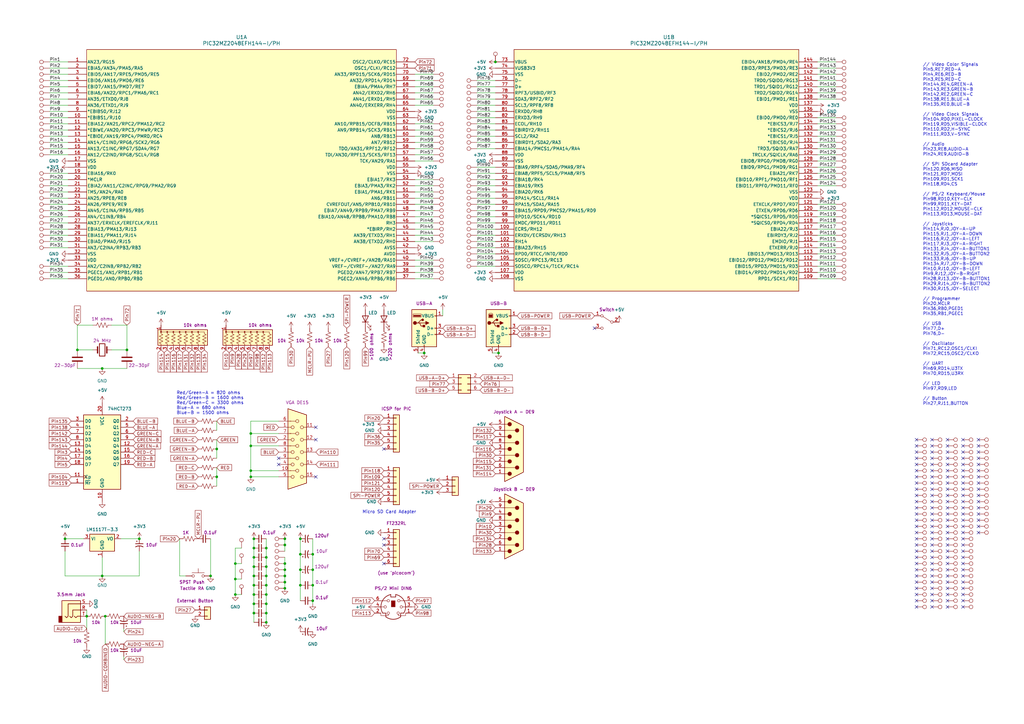
<source format=kicad_sch>
(kicad_sch (version 20230121) (generator eeschema)
  (paper "A3")
  (junction (at 104.14 243.84))
  (junction (at 203.2 25.4))
  (junction (at 102.87 193.04))
  (junction (at 102.87 195.58))
  (junction (at 109.22 224.79))
  (junction (at 173.99 144.78))
  (junction (at 35.56 252.73))
  (junction (at 104.14 228.6))
  (junction (at 102.87 177.8))
  (junction (at 41.91 236.22))
  (junction (at 109.22 243.84))
  (junction (at 109.22 240.03))
  (junction (at 128.27 227.33))
  (junction (at 116.84 238.76))
  (junction (at 43.18 252.73))
  (junction (at 116.84 236.22))
  (junction (at 104.14 224.79))
  (junction (at 128.27 233.68))
  (junction (at 109.22 255.27))
  (junction (at 109.22 228.6))
  (junction (at 88.9 195.58))
  (junction (at 31.75 143.51))
  (junction (at 123.19 240.03))
  (junction (at 123.19 220.98))
  (junction (at 52.07 143.51))
  (junction (at 204.47 144.78))
  (junction (at 116.84 220.98))
  (junction (at 123.19 233.68))
  (junction (at 96.52 231.14))
  (junction (at 128.27 240.03))
  (junction (at 104.14 251.46))
  (junction (at 128.27 246.38))
  (junction (at 116.84 233.68))
  (junction (at 109.22 232.41))
  (junction (at 104.14 236.22))
  (junction (at 104.14 247.65))
  (junction (at 104.14 232.41))
  (junction (at 116.84 241.3))
  (junction (at 86.36 236.22))
  (junction (at 116.84 231.14))
  (junction (at 41.91 151.13))
  (junction (at 104.14 240.03))
  (junction (at 96.52 237.49))
  (junction (at 123.19 227.33))
  (junction (at 102.87 182.88))
  (junction (at 96.52 243.84))
  (junction (at 116.84 223.52))
  (junction (at 109.22 236.22))
  (junction (at 88.9 184.15))
  (junction (at 104.14 220.98))
  (junction (at 109.22 251.46))
  (junction (at 109.22 247.65))
  (junction (at 57.15 220.98))
  (junction (at 26.67 220.98))
  (no_connect (at 375.92 243.84))
  (no_connect (at 394.97 187.96))
  (no_connect (at 388.62 198.12))
  (no_connect (at 375.92 223.52))
  (no_connect (at 375.92 180.34))
  (no_connect (at 375.92 182.88))
  (no_connect (at 401.32 198.12))
  (no_connect (at 394.97 203.2))
  (no_connect (at 394.97 193.04))
  (no_connect (at 394.97 180.34))
  (no_connect (at 375.92 218.44))
  (no_connect (at 382.27 200.66))
  (no_connect (at 394.97 236.22))
  (no_connect (at 401.32 208.28))
  (no_connect (at 401.32 185.42))
  (no_connect (at 388.62 208.28))
  (no_connect (at 388.62 243.84))
  (no_connect (at 388.62 236.22))
  (no_connect (at 382.27 198.12))
  (no_connect (at 394.97 231.14))
  (no_connect (at 388.62 248.92))
  (no_connect (at 388.62 223.52))
  (no_connect (at 375.92 190.5))
  (no_connect (at 114.3 190.5))
  (no_connect (at 388.62 213.36))
  (no_connect (at 388.62 226.06))
  (no_connect (at 382.27 231.14))
  (no_connect (at 388.62 195.58))
  (no_connect (at 375.92 195.58))
  (no_connect (at 388.62 218.44))
  (no_connect (at 375.92 220.98))
  (no_connect (at 375.92 210.82))
  (no_connect (at 382.27 215.9))
  (no_connect (at 382.27 228.6))
  (no_connect (at 375.92 200.66))
  (no_connect (at 388.62 203.2))
  (no_connect (at 375.92 238.76))
  (no_connect (at 401.32 218.44))
  (no_connect (at 375.92 205.74))
  (no_connect (at 401.32 213.36))
  (no_connect (at 388.62 233.68))
  (no_connect (at 401.32 200.66))
  (no_connect (at 375.92 187.96))
  (no_connect (at 388.62 185.42))
  (no_connect (at 388.62 215.9))
  (no_connect (at 394.97 246.38))
  (no_connect (at 129.54 180.34))
  (no_connect (at 157.48 223.52))
  (no_connect (at 401.32 193.04))
  (no_connect (at 129.54 175.26))
  (no_connect (at 157.48 184.15))
  (no_connect (at 394.97 233.68))
  (no_connect (at 394.97 208.28))
  (no_connect (at 394.97 218.44))
  (no_connect (at 394.97 238.76))
  (no_connect (at 382.27 185.42))
  (no_connect (at 388.62 193.04))
  (no_connect (at 382.27 246.38))
  (no_connect (at 394.97 205.74))
  (no_connect (at 375.92 198.12))
  (no_connect (at 388.62 210.82))
  (no_connect (at 382.27 220.98))
  (no_connect (at 394.97 243.84))
  (no_connect (at 375.92 185.42))
  (no_connect (at 401.32 205.74))
  (no_connect (at 394.97 226.06))
  (no_connect (at 388.62 180.34))
  (no_connect (at 382.27 223.52))
  (no_connect (at 394.97 248.92))
  (no_connect (at 388.62 246.38))
  (no_connect (at 394.97 228.6))
  (no_connect (at 401.32 210.82))
  (no_connect (at 394.97 215.9))
  (no_connect (at 382.27 241.3))
  (no_connect (at 243.84 134.62))
  (no_connect (at 394.97 182.88))
  (no_connect (at 382.27 203.2))
  (no_connect (at 382.27 210.82))
  (no_connect (at 382.27 180.34))
  (no_connect (at 394.97 241.3))
  (no_connect (at 382.27 233.68))
  (no_connect (at 382.27 238.76))
  (no_connect (at 375.92 241.3))
  (no_connect (at 394.97 223.52))
  (no_connect (at 394.97 198.12))
  (no_connect (at 375.92 213.36))
  (no_connect (at 382.27 218.44))
  (no_connect (at 388.62 205.74))
  (no_connect (at 388.62 228.6))
  (no_connect (at 388.62 241.3))
  (no_connect (at 388.62 190.5))
  (no_connect (at 401.32 190.5))
  (no_connect (at 157.48 220.98))
  (no_connect (at 388.62 238.76))
  (no_connect (at 401.32 180.34))
  (no_connect (at 375.92 246.38))
  (no_connect (at 375.92 208.28))
  (no_connect (at 382.27 208.28))
  (no_connect (at 114.3 187.96))
  (no_connect (at 401.32 215.9))
  (no_connect (at 382.27 248.92))
  (no_connect (at 394.97 185.42))
  (no_connect (at 394.97 213.36))
  (no_connect (at 382.27 226.06))
  (no_connect (at 382.27 243.84))
  (no_connect (at 157.48 231.14))
  (no_connect (at 382.27 213.36))
  (no_connect (at 394.97 195.58))
  (no_connect (at 375.92 203.2))
  (no_connect (at 388.62 200.66))
  (no_connect (at 129.54 195.58))
  (no_connect (at 388.62 187.96))
  (no_connect (at 401.32 187.96))
  (no_connect (at 394.97 200.66))
  (no_connect (at 382.27 187.96))
  (no_connect (at 401.32 203.2))
  (no_connect (at 394.97 190.5))
  (no_connect (at 375.92 215.9))
  (no_connect (at 382.27 182.88))
  (no_connect (at 375.92 228.6))
  (no_connect (at 375.92 236.22))
  (no_connect (at 394.97 220.98))
  (no_connect (at 388.62 182.88))
  (no_connect (at 375.92 233.68))
  (no_connect (at 401.32 182.88))
  (no_connect (at 382.27 236.22))
  (no_connect (at 382.27 195.58))
  (no_connect (at 375.92 231.14))
  (no_connect (at 388.62 231.14))
  (no_connect (at 382.27 193.04))
  (no_connect (at 401.32 195.58))
  (no_connect (at 375.92 193.04))
  (no_connect (at 394.97 210.82))
  (no_connect (at 382.27 205.74))
  (no_connect (at 382.27 190.5))
  (no_connect (at 375.92 226.06))
  (no_connect (at 375.92 248.92))
  (no_connect (at 388.62 220.98))
  (wire (pts (xy 181.61 127) (xy 181.61 129.54)))
  (wire (pts (xy 128.27 247.65) (xy 128.27 246.38)))
  (wire (pts (xy 96.52 243.84) (xy 99.06 243.84)))
  (wire (pts (xy 342.9 40.64) (xy 335.28 40.64)))
  (wire (pts (xy 177.8 114.3) (xy 170.18 114.3)))
  (wire (pts (xy 20.32 40.64) (xy 27.94 40.64)))
  (wire (pts (xy 96.52 231.14) (xy 99.06 231.14)))
  (wire (pts (xy 31.75 133.35) (xy 38.1 133.35)))
  (wire (pts (xy 20.32 73.66) (xy 27.94 73.66)))
  (wire (pts (xy 177.8 58.42) (xy 170.18 58.42)))
  (wire (pts (xy 102.87 193.04) (xy 102.87 182.88)))
  (wire (pts (xy 177.8 73.66) (xy 170.18 73.66)))
  (wire (pts (xy 177.8 38.1) (xy 170.18 38.1)))
  (wire (pts (xy 116.84 223.52) (xy 116.84 226.06)))
  (wire (pts (xy 177.8 43.18) (xy 170.18 43.18)))
  (wire (pts (xy 20.32 60.96) (xy 27.94 60.96)))
  (wire (pts (xy 88.9 195.58) (xy 88.9 199.39)))
  (wire (pts (xy 20.32 33.02) (xy 27.94 33.02)))
  (wire (pts (xy 123.19 240.03) (xy 123.19 246.38)))
  (wire (pts (xy 177.8 35.56) (xy 170.18 35.56)))
  (wire (pts (xy 20.32 45.72) (xy 27.94 45.72)))
  (wire (pts (xy 195.58 106.68) (xy 203.2 106.68)))
  (wire (pts (xy 20.32 48.26) (xy 27.94 48.26)))
  (wire (pts (xy 342.9 99.06) (xy 335.28 99.06)))
  (wire (pts (xy 177.8 86.36) (xy 170.18 86.36)))
  (wire (pts (xy 177.8 40.64) (xy 170.18 40.64)))
  (wire (pts (xy 342.9 58.42) (xy 335.28 58.42)))
  (wire (pts (xy 109.22 228.6) (xy 109.22 232.41)))
  (wire (pts (xy 177.8 63.5) (xy 170.18 63.5)))
  (wire (pts (xy 73.66 220.98) (xy 73.66 236.22)))
  (wire (pts (xy 342.9 96.52) (xy 335.28 96.52)))
  (wire (pts (xy 177.8 50.8) (xy 170.18 50.8)))
  (wire (pts (xy 195.58 81.28) (xy 203.2 81.28)))
  (wire (pts (xy 20.32 43.18) (xy 27.94 43.18)))
  (wire (pts (xy 195.58 40.64) (xy 203.2 40.64)))
  (wire (pts (xy 123.19 220.98) (xy 123.19 227.33)))
  (wire (pts (xy 57.15 226.06) (xy 57.15 236.22)))
  (wire (pts (xy 41.91 236.22) (xy 57.15 236.22)))
  (wire (pts (xy 342.9 86.36) (xy 335.28 86.36)))
  (wire (pts (xy 195.58 55.88) (xy 203.2 55.88)))
  (wire (pts (xy 35.56 250.19) (xy 35.56 252.73)))
  (wire (pts (xy 96.52 224.79) (xy 96.52 231.14)))
  (wire (pts (xy 342.9 91.44) (xy 335.28 91.44)))
  (wire (pts (xy 96.52 237.49) (xy 96.52 243.84)))
  (wire (pts (xy 123.19 227.33) (xy 123.19 233.68)))
  (wire (pts (xy 177.8 83.82) (xy 170.18 83.82)))
  (wire (pts (xy 195.58 78.74) (xy 203.2 78.74)))
  (wire (pts (xy 86.36 220.98) (xy 86.36 236.22)))
  (wire (pts (xy 177.8 88.9) (xy 170.18 88.9)))
  (wire (pts (xy 88.9 172.72) (xy 88.9 176.53)))
  (wire (pts (xy 342.9 33.02) (xy 335.28 33.02)))
  (wire (pts (xy 49.53 220.98) (xy 57.15 220.98)))
  (wire (pts (xy 177.8 93.98) (xy 170.18 93.98)))
  (wire (pts (xy 20.32 86.36) (xy 27.94 86.36)))
  (wire (pts (xy 195.58 86.36) (xy 203.2 86.36)))
  (wire (pts (xy 43.18 252.73) (xy 43.18 264.16)))
  (wire (pts (xy 342.9 104.14) (xy 335.28 104.14)))
  (wire (pts (xy 20.32 55.88) (xy 27.94 55.88)))
  (wire (pts (xy 31.75 133.35) (xy 31.75 143.51)))
  (wire (pts (xy 342.9 106.68) (xy 335.28 106.68)))
  (wire (pts (xy 50.8 259.08) (xy 50.8 257.81)))
  (wire (pts (xy 96.52 237.49) (xy 99.06 237.49)))
  (wire (pts (xy 109.22 224.79) (xy 109.22 228.6)))
  (wire (pts (xy 20.32 109.22) (xy 27.94 109.22)))
  (wire (pts (xy 195.58 35.56) (xy 203.2 35.56)))
  (wire (pts (xy 20.32 91.44) (xy 27.94 91.44)))
  (wire (pts (xy 342.9 88.9) (xy 335.28 88.9)))
  (wire (pts (xy 195.58 38.1) (xy 203.2 38.1)))
  (wire (pts (xy 177.8 111.76) (xy 170.18 111.76)))
  (wire (pts (xy 31.75 143.51) (xy 38.1 143.51)))
  (wire (pts (xy 116.84 233.68) (xy 116.84 231.14)))
  (wire (pts (xy 342.9 25.4) (xy 335.28 25.4)))
  (wire (pts (xy 342.9 101.6) (xy 335.28 101.6)))
  (wire (pts (xy 342.9 48.26) (xy 335.28 48.26)))
  (wire (pts (xy 20.32 101.6) (xy 27.94 101.6)))
  (wire (pts (xy 128.27 220.98) (xy 128.27 227.33)))
  (wire (pts (xy 20.32 58.42) (xy 27.94 58.42)))
  (wire (pts (xy 20.32 53.34) (xy 27.94 53.34)))
  (wire (pts (xy 177.8 78.74) (xy 170.18 78.74)))
  (wire (pts (xy 20.32 88.9) (xy 27.94 88.9)))
  (wire (pts (xy 102.87 182.88) (xy 102.87 177.8)))
  (wire (pts (xy 342.9 109.22) (xy 335.28 109.22)))
  (wire (pts (xy 195.58 109.22) (xy 203.2 109.22)))
  (wire (pts (xy 177.8 106.68) (xy 170.18 106.68)))
  (wire (pts (xy 109.22 247.65) (xy 109.22 251.46)))
  (wire (pts (xy 102.87 195.58) (xy 114.3 195.58)))
  (wire (pts (xy 195.58 99.06) (xy 203.2 99.06)))
  (wire (pts (xy 116.84 228.6) (xy 116.84 231.14)))
  (wire (pts (xy 342.9 71.12) (xy 335.28 71.12)))
  (wire (pts (xy 96.52 231.14) (xy 96.52 237.49)))
  (wire (pts (xy 195.58 88.9) (xy 203.2 88.9)))
  (wire (pts (xy 109.22 232.41) (xy 109.22 236.22)))
  (wire (pts (xy 177.8 81.28) (xy 170.18 81.28)))
  (wire (pts (xy 342.9 50.8) (xy 335.28 50.8)))
  (wire (pts (xy 20.32 99.06) (xy 27.94 99.06)))
  (wire (pts (xy 104.14 251.46) (xy 104.14 255.27)))
  (wire (pts (xy 20.32 93.98) (xy 27.94 93.98)))
  (wire (pts (xy 177.8 99.06) (xy 170.18 99.06)))
  (wire (pts (xy 104.14 220.98) (xy 104.14 224.79)))
  (wire (pts (xy 342.9 55.88) (xy 335.28 55.88)))
  (wire (pts (xy 104.14 224.79) (xy 104.14 228.6)))
  (wire (pts (xy 195.58 104.14) (xy 203.2 104.14)))
  (wire (pts (xy 195.58 68.58) (xy 203.2 68.58)))
  (wire (pts (xy 41.91 228.6) (xy 41.91 236.22)))
  (wire (pts (xy 128.27 233.68) (xy 128.27 240.03)))
  (wire (pts (xy 123.19 233.68) (xy 123.19 240.03)))
  (wire (pts (xy 342.9 35.56) (xy 335.28 35.56)))
  (wire (pts (xy 109.22 240.03) (xy 109.22 243.84)))
  (wire (pts (xy 195.58 33.02) (xy 203.2 33.02)))
  (wire (pts (xy 342.9 60.96) (xy 335.28 60.96)))
  (wire (pts (xy 177.8 109.22) (xy 170.18 109.22)))
  (wire (pts (xy 195.58 43.18) (xy 203.2 43.18)))
  (wire (pts (xy 104.14 240.03) (xy 104.14 243.84)))
  (wire (pts (xy 342.9 93.98) (xy 335.28 93.98)))
  (wire (pts (xy 104.14 243.84) (xy 104.14 247.65)))
  (wire (pts (xy 104.14 228.6) (xy 104.14 232.41)))
  (wire (pts (xy 195.58 101.6) (xy 203.2 101.6)))
  (wire (pts (xy 50.8 270.51) (xy 50.8 269.24)))
  (wire (pts (xy 20.32 27.94) (xy 27.94 27.94)))
  (wire (pts (xy 195.58 45.72) (xy 203.2 45.72)))
  (wire (pts (xy 342.9 38.1) (xy 335.28 38.1)))
  (wire (pts (xy 20.32 71.12) (xy 27.94 71.12)))
  (wire (pts (xy 177.8 60.96) (xy 170.18 60.96)))
  (wire (pts (xy 342.9 114.3) (xy 335.28 114.3)))
  (wire (pts (xy 171.45 144.78) (xy 173.99 144.78)))
  (wire (pts (xy 109.22 220.98) (xy 109.22 224.79)))
  (wire (pts (xy 20.32 50.8) (xy 27.94 50.8)))
  (wire (pts (xy 20.32 30.48) (xy 27.94 30.48)))
  (wire (pts (xy 195.58 73.66) (xy 203.2 73.66)))
  (wire (pts (xy 195.58 76.2) (xy 203.2 76.2)))
  (wire (pts (xy 104.14 236.22) (xy 104.14 240.03)))
  (wire (pts (xy 177.8 53.34) (xy 170.18 53.34)))
  (wire (pts (xy 342.9 63.5) (xy 335.28 63.5)))
  (wire (pts (xy 104.14 232.41) (xy 104.14 236.22)))
  (wire (pts (xy 104.14 247.65) (xy 104.14 251.46)))
  (wire (pts (xy 26.67 236.22) (xy 41.91 236.22)))
  (wire (pts (xy 31.75 151.13) (xy 41.91 151.13)))
  (wire (pts (xy 20.32 114.3) (xy 27.94 114.3)))
  (wire (pts (xy 20.32 78.74) (xy 27.94 78.74)))
  (wire (pts (xy 128.27 246.38) (xy 128.27 240.03)))
  (wire (pts (xy 195.58 58.42) (xy 203.2 58.42)))
  (wire (pts (xy 20.32 38.1) (xy 27.94 38.1)))
  (wire (pts (xy 102.87 182.88) (xy 114.3 182.88)))
  (wire (pts (xy 116.84 220.98) (xy 116.84 223.52)))
  (wire (pts (xy 342.9 30.48) (xy 335.28 30.48)))
  (wire (pts (xy 342.9 27.94) (xy 335.28 27.94)))
  (wire (pts (xy 195.58 96.52) (xy 203.2 96.52)))
  (wire (pts (xy 20.32 96.52) (xy 27.94 96.52)))
  (wire (pts (xy 195.58 50.8) (xy 203.2 50.8)))
  (wire (pts (xy 102.87 177.8) (xy 114.3 177.8)))
  (wire (pts (xy 109.22 243.84) (xy 109.22 247.65)))
  (wire (pts (xy 195.58 93.98) (xy 203.2 93.98)))
  (wire (pts (xy 177.8 76.2) (xy 170.18 76.2)))
  (wire (pts (xy 20.32 63.5) (xy 27.94 63.5)))
  (wire (pts (xy 88.9 180.34) (xy 88.9 184.15)))
  (wire (pts (xy 195.58 53.34) (xy 203.2 53.34)))
  (wire (pts (xy 177.8 30.48) (xy 170.18 30.48)))
  (wire (pts (xy 52.07 133.35) (xy 52.07 143.51)))
  (wire (pts (xy 102.87 172.72) (xy 114.3 172.72)))
  (wire (pts (xy 20.32 81.28) (xy 27.94 81.28)))
  (wire (pts (xy 116.84 236.22) (xy 116.84 238.76)))
  (wire (pts (xy 195.58 91.44) (xy 203.2 91.44)))
  (wire (pts (xy 99.06 224.79) (xy 96.52 224.79)))
  (wire (pts (xy 116.84 233.68) (xy 116.84 236.22)))
  (wire (pts (xy 342.9 83.82) (xy 335.28 83.82)))
  (wire (pts (xy 342.9 53.34) (xy 335.28 53.34)))
  (wire (pts (xy 195.58 48.26) (xy 203.2 48.26)))
  (wire (pts (xy 177.8 96.52) (xy 170.18 96.52)))
  (wire (pts (xy 128.27 227.33) (xy 128.27 233.68)))
  (wire (pts (xy 204.47 144.78) (xy 201.93 144.78)))
  (wire (pts (xy 35.56 252.73) (xy 35.56 257.81)))
  (wire (pts (xy 177.8 33.02) (xy 170.18 33.02)))
  (wire (pts (xy 342.9 111.76) (xy 335.28 111.76)))
  (wire (pts (xy 177.8 55.88) (xy 170.18 55.88)))
  (wire (pts (xy 342.9 76.2) (xy 335.28 76.2)))
  (wire (pts (xy 195.58 60.96) (xy 203.2 60.96)))
  (wire (pts (xy 20.32 25.4) (xy 27.94 25.4)))
  (wire (pts (xy 177.8 66.04) (xy 170.18 66.04)))
  (wire (pts (xy 41.91 151.13) (xy 52.07 151.13)))
  (wire (pts (xy 20.32 76.2) (xy 27.94 76.2)))
  (wire (pts (xy 73.66 236.22) (xy 76.2 236.22)))
  (wire (pts (xy 342.9 68.58) (xy 335.28 68.58)))
  (wire (pts (xy 102.87 177.8) (xy 102.87 172.72)))
  (wire (pts (xy 109.22 255.27) (xy 109.22 251.46)))
  (wire (pts (xy 20.32 111.76) (xy 27.94 111.76)))
  (wire (pts (xy 20.32 83.82) (xy 27.94 83.82)))
  (wire (pts (xy 26.67 226.06) (xy 26.67 236.22)))
  (wire (pts (xy 88.9 184.15) (xy 88.9 187.96)))
  (wire (pts (xy 116.84 238.76) (xy 116.84 241.3)))
  (wire (pts (xy 20.32 35.56) (xy 27.94 35.56)))
  (wire (pts (xy 195.58 71.12) (xy 203.2 71.12)))
  (wire (pts (xy 52.07 143.51) (xy 45.72 143.51)))
  (wire (pts (xy 342.9 66.04) (xy 335.28 66.04)))
  (wire (pts (xy 45.72 133.35) (xy 52.07 133.35)))
  (wire (pts (xy 26.67 220.98) (xy 34.29 220.98)))
  (wire (pts (xy 109.22 236.22) (xy 109.22 240.03)))
  (wire (pts (xy 195.58 83.82) (xy 203.2 83.82)))
  (wire (pts (xy 102.87 195.58) (xy 102.87 193.04)))
  (wire (pts (xy 88.9 191.77) (xy 88.9 195.58)))
  (wire (pts (xy 342.9 73.66) (xy 335.28 73.66)))
  (wire (pts (xy 102.87 193.04) (xy 114.3 193.04)))
  (wire (pts (xy 177.8 91.44) (xy 170.18 91.44)))
  (text "Micro SD Card Adapter" (at 148.59 210.82 0) (effects (font (size 1.27 1.27)) (justify left bottom)))
  (text "Red/Green-A = 820 ohms\nRed/Green-B = 1600 ohms\nRed/Green-C = 3300 ohms\nBlue-A = 680 ohms\nBlue-B = 1500 ohms " (at 72.39 170.18 0) (effects (font (size 1.27 1.27)) (justify left bottom)))
  (text "// Video Color Signals\nPin5,RE7,RED-A\nPin4,RE6,RED-B\nPin3,RE5,RED-C\nPin144,RE4,GREEN-A\nPin143,RE3,GREEN-B\nPin142,RE2,GREEN-C\nPin138,RE1,BLUE-A\nPin135,RE0,BLUE-B\n\n// Video Clock Signals\nPin104,RD0,PIXEL-CLOCK\nPin119,RD5,VISIBLE-CLOCK\nPin110,RD2,H-SYNC\nPin111,RD3,V-SYNC\n\n// Audio\nPin23,RE8,AUDIO-A\nPin24,RE9,AUDIO-B\n\n// SPI SDcard Adapter\nPin120,RD6,MISO\nPin121,RD7,MOSI\nPin109,RD1,SCK1\nPin118,RD4,CS\n\n// PS/2 Keyboard/Mouse\nPin98,RD10,KEY-CLK\nPin99,RD11,KEY-DAT\nPin112,RD12,MOUSE-CLK\nPin113,RD13,MOUSE-DAT\n\n// Joysticks\nPin114,RJ0,JOY-A-UP\nPin115,RJ1,JOY-A-DOWN\nPin116,RJ2,JOY-A-LEFT\nPin117,RJ3,JOY-A-RIGHT\nPin131,RJ4,JOY-A-BUTTON1\nPin132,RJ5,JOY-A-BUTTON2\nPin133,RJ6,JOY-B-UP\nPin134,RJ7,JOY-B-DOWN\nPin10,RJ10,JOY-B-LEFT\nPin9,RJ12,JOY-B-RIGHT\nPin28,RJ13,JOY-B-BUTTON1\nPin29,RJ14,JOY-B-BUTTON2\nPin30,RJ15,JOY-SELECT\n\n// Programmer\nPin20,MCLR\nPin36,RB0,PGED1\nPin35,RB1,PGEC1\n\n// USB\nPin77,D+\nPin76,D-\n\n// Oscillator\nPin71,RC12,OSC1/CLKI\nPin72,RC15,OSC2/CLKO\n\n// UART\nPin69,RD14,U3TX\nPin70,RD15,U3RX\n\n// LED\nPin97,RD9,LED\n\n// Button\nPin27,RJ11,BUTTON" (at 378.46 166.37 0) (effects (font (size 1.27 1.27)) (justify left bottom)))
  (text "https://falstad.com/circuit/circuitjs.html?ctz=CQAgjCAMB0l3BWcMBMcUHYMGZIA4UA2ATmIxAUgpABZsKBTAWjDACgAlcQ8DHsHsR5UqNKkhFRoCNgHMQ2FBRo0FShMSUi2AZV79NIIeENUIAMwCGAGwDODKCBS79TsUZ4p3ZkFbsOqZz0wPic8PA8wiJ8-e0cg12xsQR4k4XBfGzjAlxDUvFVjbALHCyyAp1zQuiVjGtLM-3iqnho8Kjr2htiKhLyKFAjjBEHu8uaAd25XY37INinFJ3xItGiF6f6BJy8oDe2UXeND1Xmpg92DjC19z2vV+7PpzCVtxW1z1LRI973PtTMqUI63+ySGQJB0zB0xo2ye21hKVocNuyP4rUIp1RNExkRxWP++OmCDAN3+JNqPApfzUykKVJUNKWCEZSxoxiebOMdQ5Gy5X1obSZShU4MFkLZQrZcGFtBldRlnJFMqW2BGsrVlIU6qV2qUqsgBNpuHpCkNGvNSxQCGEfKU1qRDtla1pTvhoTAhheJle+1CXkC9wD4D9nnCTiD4fY51CaQj+uSIZj+VU3uKqmjrnq3vqmf6bUDIq6edCIwi3rLIYATvGfXKzKYQAR5jXvcGxIFvNw4GxW5GIh2oo4kj2+wnWirE1Rm73a+n6woSoDR7X6oP6lQRy3V11110qMDtxXRoPK2ZKE9B4MBzLg5fb+5B56yQvnwMIm-nFN19LN0uNoO86AVOAGTlSoxxl+C6VnuHwLgW760F0zg1pWb6ECsb5UBgMioRBiYYREcbYbhiEIYRSGSDhGwUehKzETR9EESsCHzPIFHkSsLKnHsQA" (at 0 304.8 0) (effects (font (size 1.27 1.27)) (justify left bottom)))
  (label "Pin28" (at 20.32 93.98 0))
  (label "Pin31" (at 20.32 101.6 0))
  (label "Pin113" (at 342.9 104.14 180))
  (label "Pin45" (at 177.8 93.98 180))
  (label "Pin59" (at 177.8 58.42 180))
  (label "Pin81" (at 195.58 45.72 0))
  (label "Pin14" (at 20.32 58.42 0))
  (label "Pin51" (at 177.8 78.74 180))
  (label "Pin77" (at 195.58 35.56 0))
  (label "Pin12" (at 20.32 53.34 0))
  (label "Pin1" (at 20.32 25.4 0))
  (label "Pin58" (at 177.8 60.96 180))
  (label "Pin11" (at 20.32 50.8 0))
  (label "Pin111" (at 342.9 109.22 180))
  (label "Pin56" (at 177.8 66.04 180))
  (label "Pin90" (at 195.58 68.58 0))
  (label "Pin135" (at 342.9 48.26 180))
  (label "Pin53" (at 177.8 73.66 180))
  (label "Pin139" (at 342.9 38.1 180))
  (label "Pin25" (at 20.32 86.36 0))
  (label "Pin52" (at 177.8 76.2 180))
  (label "Pin105" (at 195.58 106.68 0))
  (label "Pin92" (at 195.58 73.66 0))
  (label "Pin101" (at 195.58 96.52 0))
  (label "Pin138" (at 342.9 40.64 180))
  (label "Pin121" (at 342.9 83.82 180))
  (label "Pin46" (at 177.8 91.44 180))
  (label "Pin133" (at 342.9 53.34 180))
  (label "Pin97" (at 195.58 86.36 0))
  (label "Pin141" (at 342.9 33.02 180))
  (label "Pin127" (at 342.9 68.58 180))
  (label "Pin106" (at 195.58 109.22 0))
  (label "Pin27" (at 20.32 91.44 0))
  (label "Pin7" (at 20.32 40.64 0))
  (label "Pin9" (at 20.32 45.72 0))
  (label "Pin132" (at 342.9 55.88 180))
  (label "Pin144" (at 342.9 25.4 180))
  (label "Pin80" (at 195.58 43.18 0))
  (label "Pin36" (at 20.32 114.3 0))
  (label "Pin6" (at 20.32 38.1 0))
  (label "Pin87" (at 195.58 60.96 0))
  (label "Pin61" (at 177.8 53.34 180))
  (label "Pin65" (at 177.8 43.18 180))
  (label "Pin82" (at 195.58 48.26 0))
  (label "Pin20" (at 20.32 73.66 0))
  (label "Pin125" (at 342.9 73.66 180))
  (label "Pin103" (at 195.58 101.6 0))
  (label "Pin10" (at 20.32 48.26 0))
  (label "Pin37" (at 177.8 114.3 180))
  (label "Pin116" (at 342.9 96.52 180))
  (label "Pin102" (at 195.58 99.06 0))
  (label "Pin29" (at 20.32 96.52 0))
  (label "Pin43" (at 177.8 99.06 180))
  (label "Pin94" (at 195.58 78.74 0))
  (label "Pin131" (at 342.9 58.42 180))
  (label "Pin124" (at 342.9 76.2 180))
  (label "Pin79" (at 195.58 40.64 0))
  (label "Pin44" (at 177.8 96.52 180))
  (label "Pin16" (at 20.32 63.5 0))
  (label "Pin57" (at 177.8 63.5 180))
  (label "Pin8" (at 20.32 43.18 0))
  (label "Pin30" (at 20.32 99.06 0))
  (label "Pin140" (at 342.9 35.56 180))
  (label "Pin22" (at 20.32 78.74 0))
  (label "Pin130" (at 342.9 60.96 180))
  (label "Pin83" (at 195.58 50.8 0))
  (label "Pin119" (at 342.9 88.9 180))
  (label "Pin117" (at 342.9 93.98 180))
  (label "Pin76" (at 195.58 33.02 0))
  (label "Pin48" (at 177.8 86.36 180))
  (label "Pin86" (at 195.58 58.42 0))
  (label "Pin15" (at 20.32 60.96 0))
  (label "Pin98" (at 195.58 88.9 0))
  (label "Pin49" (at 177.8 83.82 180))
  (label "Pin68" (at 177.8 35.56 180))
  (label "Pin118" (at 342.9 91.44 180))
  (label "Pin19" (at 20.32 71.12 0))
  (label "Pin4" (at 20.32 33.02 0))
  (label "Pin66" (at 177.8 40.64 180))
  (label "Pin24" (at 20.32 83.82 0))
  (label "Pin38" (at 177.8 111.76 180))
  (label "Pin100" (at 195.58 93.98 0))
  (label "Pin69" (at 177.8 33.02 180))
  (label "Pin91" (at 195.58 71.12 0))
  (label "Pin112" (at 342.9 106.68 180))
  (label "Pin67" (at 177.8 38.1 180))
  (label "Pin62" (at 177.8 50.8 180))
  (label "Pin5" (at 20.32 35.56 0))
  (label "Pin2" (at 20.32 27.94 0))
  (label "Pin128" (at 342.9 66.04 180))
  (label "Pin114" (at 342.9 101.6 180))
  (label "Pin34" (at 20.32 109.22 0))
  (label "Pin26" (at 20.32 88.9 0))
  (label "Pin13" (at 20.32 55.88 0))
  (label "Pin35" (at 20.32 111.76 0))
  (label "Pin85" (at 195.58 55.88 0))
  (label "Pin115" (at 342.9 99.06 180))
  (label "Pin3" (at 20.32 30.48 0))
  (label "Pin95" (at 195.58 81.28 0))
  (label "Pin84" (at 195.58 53.34 0))
  (label "Pin104" (at 195.58 104.14 0))
  (label "Pin109" (at 342.9 114.3 180))
  (label "Pin93" (at 195.58 76.2 0))
  (label "Pin142" (at 342.9 30.48 180))
  (label "Pin39" (at 177.8 109.22 180))
  (label "Pin126" (at 342.9 71.12 180))
  (label "Pin129" (at 342.9 63.5 180))
  (label "Pin120" (at 342.9 86.36 180))
  (label "Pin21" (at 20.32 76.2 0))
  (label "Pin60" (at 177.8 55.88 180))
  (label "Pin23" (at 20.32 81.28 0))
  (label "Pin143" (at 342.9 27.94 180))
  (label "Pin70" (at 177.8 30.48 180))
  (label "Pin110" (at 342.9 111.76 180))
  (label "Pin40" (at 177.8 106.68 180))
  (label "Pin134" (at 342.9 50.8 180))
  (label "Pin96" (at 195.58 83.82 0))
  (label "Pin47" (at 177.8 88.9 180))
  (label "Pin50" (at 177.8 81.28 180))
  (label "Pin78" (at 195.58 38.1 0))
  (label "Pin99" (at 195.58 91.44 0))
  (global_label "AUDIO-NEG-B" (shape input) (at 50.8 252.73 0) (property "Intersheetrefs" "${INTERSHEET_REFS}" (effects hide)))
  (global_label "BLUE-B" (shape input) (at 81.28 172.72 180) (property "Intersheetrefs" "${INTERSHEET_REFS}" (effects hide)))
  (global_label "Pin133" (shape input) (at 81.28 143.51 270) (property "Intersheetrefs" "${INTERSHEET_REFS}" (effects hide)))
  (global_label "Pin138" (shape input) (at 29.21 175.26 180) (property "Intersheetrefs" "${INTERSHEET_REFS}" (effects hide)))
  (global_label "USB-A-D-" (shape input) (at 196.85 154.94 0) (property "Intersheetrefs" "${INTERSHEET_REFS}" (effects hide)))
  (global_label "GREEN-B" (shape input) (at 81.28 184.15 180) (property "Intersheetrefs" "${INTERSHEET_REFS}" (effects hide)))
  (global_label "Pin117" (shape input) (at 203.2 179.07 180) (property "Intersheetrefs" "${INTERSHEET_REFS}" (effects hide)))
  (global_label "Pin98" (shape input) (at 105.41 143.51 270) (property "Intersheetrefs" "${INTERSHEET_REFS}" (effects hide)))
  (global_label "Pin109" (shape input) (at 157.48 195.58 180) (property "Intersheetrefs" "${INTERSHEET_REFS}" (effects hide)))
  (global_label "Pin132" (shape input) (at 203.2 176.53 180) (property "Intersheetrefs" "${INTERSHEET_REFS}" (effects hide)))
  (global_label "RED-A" (shape input) (at 81.28 199.39 180) (property "Intersheetrefs" "${INTERSHEET_REFS}" (effects hide)))
  (global_label "BLUE-A" (shape input) (at 54.61 175.26 0) (property "Intersheetrefs" "${INTERSHEET_REFS}" (effects hide)))
  (global_label "GREEN-A" (shape input) (at 81.28 187.96 180) (property "Intersheetrefs" "${INTERSHEET_REFS}" (effects hide)))
  (global_label "Pin20" (shape input) (at 73.66 220.98 180) (property "Intersheetrefs" "${INTERSHEET_REFS}" (effects hide)))
  (global_label "Pin30" (shape input) (at 203.2 218.44 180) (property "Intersheetrefs" "${INTERSHEET_REFS}" (effects hide)))
  (global_label "Pin70" (shape input) (at 157.48 226.06 180) (property "Intersheetrefs" "${INTERSHEET_REFS}" (effects hide)))
  (global_label "Pin144" (shape input) (at 29.21 182.88 180) (property "Intersheetrefs" "${INTERSHEET_REFS}" (effects hide)))
  (global_label "Pin35" (shape input) (at 157.48 181.61 180) (property "Intersheetrefs" "${INTERSHEET_REFS}" (effects hide)))
  (global_label "USB-POWER" (shape input) (at 212.09 129.54 0) (property "Intersheetrefs" "${INTERSHEET_REFS}" (effects hide)))
  (global_label "Pin115" (shape input) (at 203.2 189.23 180) (property "Intersheetrefs" "${INTERSHEET_REFS}" (effects hide)))
  (global_label "Pin114" (shape input) (at 66.04 143.51 270) (property "Intersheetrefs" "${INTERSHEET_REFS}" (effects hide)))
  (global_label "Pin71" (shape input) (at 31.75 133.35 90) (property "Intersheetrefs" "${INTERSHEET_REFS}" (effects hide)))
  (global_label "MCLR-PU" (shape input) (at 81.28 220.98 90) (property "Intersheetrefs" "${INTERSHEET_REFS}" (effects hide)))
  (global_label "Pin111" (shape input) (at 129.54 190.5 0) (property "Intersheetrefs" "${INTERSHEET_REFS}" (effects hide)))
  (global_label "Pin118" (shape input) (at 157.48 193.04 180) (property "Intersheetrefs" "${INTERSHEET_REFS}" (effects hide)))
  (global_label "USB-B-D+" (shape input) (at 184.15 160.02 180) (property "Intersheetrefs" "${INTERSHEET_REFS}" (effects hide)))
  (global_label "Pin27" (shape input) (at 80.01 250.19 180) (property "Intersheetrefs" "${INTERSHEET_REFS}" (effects hide)))
  (global_label "Pin142" (shape input) (at 29.21 177.8 180) (property "Intersheetrefs" "${INTERSHEET_REFS}" (effects hide)))
  (global_label "Pin132" (shape input) (at 78.74 143.51 270) (property "Intersheetrefs" "${INTERSHEET_REFS}" (effects hide)))
  (global_label "Pin9" (shape input) (at 203.2 210.82 180) (property "Intersheetrefs" "${INTERSHEET_REFS}" (effects hide)))
  (global_label "RED-C" (shape input) (at 54.61 185.42 0) (property "Intersheetrefs" "${INTERSHEET_REFS}" (effects hide)))
  (global_label "GREEN" (shape input) (at 88.9 180.34 0) (property "Intersheetrefs" "${INTERSHEET_REFS}" (effects hide)))
  (global_label "BLUE" (shape input) (at 88.9 172.72 0) (property "Intersheetrefs" "${INTERSHEET_REFS}" (effects hide)))
  (global_label "Pin121" (shape input) (at 157.48 198.12 180) (property "Intersheetrefs" "${INTERSHEET_REFS}" (effects hide)))
  (global_label "GREEN-A" (shape input) (at 54.61 182.88 0) (property "Intersheetrefs" "${INTERSHEET_REFS}" (effects hide)))
  (global_label "Pin71" (shape input) (at 170.18 27.94 0) (property "Intersheetrefs" "${INTERSHEET_REFS}" (effects hide)))
  (global_label "USB-B-D-" (shape input) (at 196.85 160.02 0) (property "Intersheetrefs" "${INTERSHEET_REFS}" (effects hide)))
  (global_label "Pin77" (shape input) (at 184.15 157.48 180) (property "Intersheetrefs" "${INTERSHEET_REFS}" (effects hide)))
  (global_label "Pin98" (shape input) (at 168.91 251.46 0) (property "Intersheetrefs" "${INTERSHEET_REFS}" (effects hide)))
  (global_label "Pin20" (shape input) (at 157.48 171.45 180) (property "Intersheetrefs" "${INTERSHEET_REFS}" (effects hide)))
  (global_label "Pin9" (shape input) (at 95.25 143.51 270) (property "Intersheetrefs" "${INTERSHEET_REFS}" (effects hide)))
  (global_label "USB-B-D-" (shape input) (at 212.09 137.16 0) (property "Intersheetrefs" "${INTERSHEET_REFS}" (effects hide)))
  (global_label "GREEN" (shape input) (at 114.3 180.34 180) (property "Intersheetrefs" "${INTERSHEET_REFS}" (effects hide)))
  (global_label "Pin117" (shape input) (at 73.66 143.51 270) (property "Intersheetrefs" "${INTERSHEET_REFS}" (effects hide)))
  (global_label "USB-A-D-" (shape input) (at 181.61 137.16 0) (property "Intersheetrefs" "${INTERSHEET_REFS}" (effects hide)))
  (global_label "Pin69" (shape input) (at 157.48 228.6 180) (property "Intersheetrefs" "${INTERSHEET_REFS}" (effects hide)))
  (global_label "Pin72" (shape input) (at 52.07 133.35 90) (property "Intersheetrefs" "${INTERSHEET_REFS}" (effects hide)))
  (global_label "Pin29" (shape input) (at 203.2 208.28 180) (property "Intersheetrefs" "${INTERSHEET_REFS}" (effects hide)))
  (global_label "Pin97" (shape input) (at 168.91 246.38 0) (property "Intersheetrefs" "${INTERSHEET_REFS}" (effects hide)))
  (global_label "Pin112" (shape input) (at 153.67 246.38 180) (property "Intersheetrefs" "${INTERSHEET_REFS}" (effects hide)))
  (global_label "RED-B" (shape input) (at 81.28 195.58 180) (property "Intersheetrefs" "${INTERSHEET_REFS}" (effects hide)))
  (global_label "Pin30" (shape input) (at 119.38 142.24 270) (property "Intersheetrefs" "${INTERSHEET_REFS}" (effects hide)))
  (global_label "Pin112" (shape input) (at 107.95 143.51 270) (property "Intersheetrefs" "${INTERSHEET_REFS}" (effects hide)))
  (global_label "Pin131" (shape input) (at 76.2 143.51 270) (property "Intersheetrefs" "${INTERSHEET_REFS}" (effects hide)))
  (global_label "Pin134" (shape input) (at 83.82 143.51 270) (property "Intersheetrefs" "${INTERSHEET_REFS}" (effects hide)))
  (global_label "RED-C" (shape input) (at 81.28 191.77 180) (property "Intersheetrefs" "${INTERSHEET_REFS}" (effects hide)))
  (global_label "Pin116" (shape input) (at 71.12 143.51 270) (property "Intersheetrefs" "${INTERSHEET_REFS}" (effects hide)))
  (global_label "USB-POWER" (shape input) (at 243.84 129.54 180) (property "Intersheetrefs" "${INTERSHEET_REFS}" (effects hide)))
  (global_label "SPI-POWER" (shape input) (at 142.24 134.62 90) (property "Intersheetrefs" "${INTERSHEET_REFS}" (effects hide)))
  (global_label "RED-A" (shape input) (at 54.61 190.5 0) (property "Intersheetrefs" "${INTERSHEET_REFS}" (effects hide)))
  (global_label "Pin99" (shape input) (at 149.86 142.24 270) (property "Intersheetrefs" "${INTERSHEET_REFS}" (effects hide)))
  (global_label "Pin5" (shape input) (at 29.21 190.5 180) (property "Intersheetrefs" "${INTERSHEET_REFS}" (effects hide)))
  (global_label "SPI-POWER" (shape input) (at 181.61 199.39 180) (property "Intersheetrefs" "${INTERSHEET_REFS}" (effects hide)))
  (global_label "Pin3" (shape input) (at 29.21 185.42 180) (property "Intersheetrefs" "${INTERSHEET_REFS}" (effects hide)))
  (global_label "Pin119" (shape input) (at 29.21 198.12 180) (property "Intersheetrefs" "${INTERSHEET_REFS}" (effects hide)))
  (global_label "USB-A-D+" (shape input) (at 181.61 134.62 0) (property "Intersheetrefs" "${INTERSHEET_REFS}" (effects hide)))
  (global_label "Pin120" (shape input) (at 142.24 142.24 270) (property "Intersheetrefs" "${INTERSHEET_REFS}" (effects hide)))
  (global_label "Pin28" (shape input) (at 203.2 223.52 180) (property "Intersheetrefs" "${INTERSHEET_REFS}" (effects hide)))
  (global_label "Pin133" (shape input) (at 203.2 226.06 180) (property "Intersheetrefs" "${INTERSHEET_REFS}" (effects hide)))
  (global_label "Pin36" (shape input) (at 157.48 179.07 180) (property "Intersheetrefs" "${INTERSHEET_REFS}" (effects hide)))
  (global_label "Pin4" (shape input) (at 29.21 187.96 180) (property "Intersheetrefs" "${INTERSHEET_REFS}" (effects hide)))
  (global_label "Pin116" (shape input) (at 203.2 184.15 180) (property "Intersheetrefs" "${INTERSHEET_REFS}" (effects hide)))
  (global_label "AUDIO-COMBINED" (shape input) (at 43.18 264.16 270) (property "Intersheetrefs" "${INTERSHEET_REFS}" (effects hide)))
  (global_label "Pin110" (shape input) (at 129.54 185.42 0) (property "Intersheetrefs" "${INTERSHEET_REFS}" (effects hide)))
  (global_label "Pin113" (shape input) (at 153.67 251.46 180) (property "Intersheetrefs" "${INTERSHEET_REFS}" (effects hide)))
  (global_label "GREEN-C" (shape input) (at 54.61 177.8 0) (property "Intersheetrefs" "${INTERSHEET_REFS}" (effects hide)))
  (global_label "AUDIO-OUT" (shape input) (at 35.56 257.81 180) (property "Intersheetrefs" "${INTERSHEET_REFS}" (effects hide)))
  (global_label "Pin10" (shape input) (at 203.2 215.9 180) (property "Intersheetrefs" "${INTERSHEET_REFS}" (effects hide)))
  (global_label "Pin143" (shape input) (at 29.21 180.34 180) (property "Intersheetrefs" "${INTERSHEET_REFS}" (effects hide)))
  (global_label "AUDIO-NEG-A" (shape input) (at 50.8 264.16 0) (property "Intersheetrefs" "${INTERSHEET_REFS}" (effects hide)))
  (global_label "Pin29" (shape input) (at 100.33 143.51 270) (property "Intersheetrefs" "${INTERSHEET_REFS}" (effects hide)))
  (global_label "BLUE-A" (shape input) (at 81.28 176.53 180) (property "Intersheetrefs" "${INTERSHEET_REFS}" (effects hide)))
  (global_label "Pin113" (shape input) (at 110.49 143.51 270) (property "Intersheetrefs" "${INTERSHEET_REFS}" (effects hide)))
  (global_label "Pin10" (shape input) (at 92.71 143.51 270) (property "Intersheetrefs" "${INTERSHEET_REFS}" (effects hide)))
  (global_label "Pin131" (shape input) (at 203.2 191.77 180) (property "Intersheetrefs" "${INTERSHEET_REFS}" (effects hide)))
  (global_label "Pin27" (shape input) (at 134.62 142.24 270) (property "Intersheetrefs" "${INTERSHEET_REFS}" (effects hide)))
  (global_label "Pin72" (shape input) (at 170.18 25.4 0) (property "Intersheetrefs" "${INTERSHEET_REFS}" (effects hide)))
  (global_label "USB-A-D+" (shape input) (at 184.15 154.94 180) (property "Intersheetrefs" "${INTERSHEET_REFS}" (effects hide)))
  (global_label "Pin23" (shape input) (at 50.8 270.51 0) (property "Intersheetrefs" "${INTERSHEET_REFS}" (effects hide)))
  (global_label "SPI-POWER" (shape input) (at 157.48 203.2 180) (property "Intersheetrefs" "${INTERSHEET_REFS}" (effects hide)))
  (global_label "Pin115" (shape input) (at 68.58 143.51 270) (property "Intersheetrefs" "${INTERSHEET_REFS}" (effects hide)))
  (global_label "Pin76" (shape input) (at 196.85 157.48 0) (property "Intersheetrefs" "${INTERSHEET_REFS}" (effects hide)))
  (global_label "GREEN-C" (shape input) (at 81.28 180.34 180) (property "Intersheetrefs" "${INTERSHEET_REFS}" (effects hide)))
  (global_label "Pin120" (shape input) (at 157.48 200.66 180) (property "Intersheetrefs" "${INTERSHEET_REFS}" (effects hide)))
  (global_label "RED-B" (shape input) (at 54.61 187.96 0) (property "Intersheetrefs" "${INTERSHEET_REFS}" (effects hide)))
  (global_label "BLUE" (shape input) (at 114.3 185.42 180) (property "Intersheetrefs" "${INTERSHEET_REFS}" (effects hide)))
  (global_label "Pin104" (shape input) (at 29.21 195.58 180) (property "Intersheetrefs" "${INTERSHEET_REFS}" (effects hide)))
  (global_label "Pin28" (shape input) (at 97.79 143.51 270) (property "Intersheetrefs" "${INTERSHEET_REFS}" (effects hide)))
  (global_label "Pin114" (shape input) (at 203.2 194.31 180) (property "Intersheetrefs" "${INTERSHEET_REFS}" (effects hide)))
  (global_label "Pin135" (shape input) (at 29.21 172.72 180) (property "Intersheetrefs" "${INTERSHEET_REFS}" (effects hide)))
  (global_label "Pin97" (shape input) (at 102.87 143.51 270) (property "Intersheetrefs" "${INTERSHEET_REFS}" (effects hide)))
  (global_label "GREEN-B" (shape input) (at 54.61 180.34 0) (property "Intersheetrefs" "${INTERSHEET_REFS}" (effects hide)))
  (global_label "USB-B-D+" (shape input) (at 212.09 134.62 0) (property "Intersheetrefs" "${INTERSHEET_REFS}" (effects hide)))
  (global_label "Pin134" (shape input) (at 203.2 220.98 180) (property "Intersheetrefs" "${INTERSHEET_REFS}" (effects hide)))
  (global_label "Pin30" (shape input) (at 203.2 186.69 180) (property "Intersheetrefs" "${INTERSHEET_REFS}" (effects hide)))
  (global_label "MCLR-PU" (shape input) (at 127 142.24 270) (property "Intersheetrefs" "${INTERSHEET_REFS}" (effects hide)))
  (global_label "Pin24" (shape input) (at 50.8 259.08 0) (property "Intersheetrefs" "${INTERSHEET_REFS}" (effects hide)))
  (global_label "RED" (shape input) (at 88.9 191.77 0) (property "Intersheetrefs" "${INTERSHEET_REFS}" (effects hide)))
  (global_label "RED" (shape input) (at 114.3 175.26 180) (property "Intersheetrefs" "${INTERSHEET_REFS}" (effects hide)))
  (global_label "BLUE-B" (shape input) (at 54.61 172.72 0) (property "Intersheetrefs" "${INTERSHEET_REFS}" (effects hide)))
  (symbol (lib_id "Connector:TestPoint") (at 388.62 180.34 270) (mirror x) (unit 1)
    (property "Reference" "TP192" (effects hide))
    (property "Value" "TestPoint" (effects hide))
    (property "Footprint" "HandPICd32:TestPointStdTHT" (effects hide))
  )
  (symbol (lib_id "Connector_Generic:Conn_01x06") (at 162.56 176.53 0) (unit 1)
    (property "Reference" "J9" (effects hide))
    (property "Value" "Conn_01x06" (effects hide))
    (property "Footprint" "Connector_PinHeader_2.54mm:PinHeader_1x06_P2.54mm_Horizontal" (effects hide))
    (property "Field4" "ICSP for PIC" (at 162.56 167.64 0))
    (property "Field5" "(use 'picocom')" (effects hide))
  )
  (symbol (lib_id "Connector:TestPoint") (at 195.58 38.1 90) (unit 1)
    (property "Reference" "TP65" (effects hide))
    (property "Value" "TestPoint" (effects hide))
    (property "Footprint" "HandPICd32:TestPointStdTHT" (effects hide))
  )
  (symbol (lib_id "Connector:TestPoint") (at 20.32 27.94 90) (unit 1)
    (property "Reference" "TP2" (effects hide))
    (property "Value" "TestPoint" (effects hide))
    (property "Footprint" "HandPICd32:TestPointStdTHT" (effects hide))
  )
  (symbol (lib_id "Connector:TestPoint") (at 388.62 193.04 270) (mirror x) (unit 1)
    (property "Reference" "TP197" (effects hide))
    (property "Value" "TestPoint" (effects hide))
    (property "Footprint" "HandPICd32:TestPointStdTHT" (effects hide))
  )
  (symbol (lib_id "power:GND") (at 335.28 78.74 90) (mirror x) (unit 1)
    (property "Reference" "#PWR09" (effects hide))
    (property "Value" "GND" (at 339.09 78.74 90) (effects (justify right)))
  )
  (symbol (lib_id "Connector:USB_A") (at 173.99 134.62 0) (unit 1)
    (property "Reference" "J6" (effects hide))
    (property "Value" "USB_A" (effects hide))
    (property "Footprint" "Connector_USB:USB_A_Molex_67643_Horizontal" (effects hide))
    (property "Datasheet" " ~" (effects hide))
    (property "Field4" "USB-A" (at 173.99 124.46 0))
  )
  (symbol (lib_id "Connector:TestPoint") (at 375.92 236.22 270) (mirror x) (unit 1)
    (property "Reference" "TP270" (effects hide))
    (property "Value" "TestPoint" (effects hide))
    (property "Footprint" "HandPICd32:TestPointStdTHT" (effects hide))
  )
  (symbol (lib_id "Connector:TestPoint") (at 375.92 208.28 270) (mirror x) (unit 1)
    (property "Reference" "TP259" (effects hide))
    (property "Value" "TestPoint" (effects hide))
    (property "Footprint" "HandPICd32:TestPointStdTHT" (effects hide))
  )
  (symbol (lib_id "power:+3V3") (at 170.18 45.72 270) (mirror x) (unit 1)
    (property "Reference" "#PWR017" (effects hide))
    (property "Value" "+3V3" (at 173.99 45.72 90) (effects (justify left)))
  )
  (symbol (lib_id "Connector:TestPoint") (at 20.32 55.88 90) (unit 1)
    (property "Reference" "TP13" (effects hide))
    (property "Value" "TestPoint" (effects hide))
    (property "Footprint" "HandPICd32:TestPointStdTHT" (effects hide))
  )
  (symbol (lib_id "Connector:TestPoint") (at 382.27 182.88 270) (mirror x) (unit 1)
    (property "Reference" "TP221" (effects hide))
    (property "Value" "TestPoint" (effects hide))
    (property "Footprint" "HandPICd32:TestPointStdTHT" (effects hide))
  )
  (symbol (lib_id "Connector:TestPoint") (at 20.32 25.4 90) (unit 1)
    (property "Reference" "TP1" (effects hide))
    (property "Value" "TestPoint" (effects hide))
    (property "Footprint" "HandPICd32:TestPointStdTHT" (effects hide))
  )
  (symbol (lib_id "Connector:TestPoint") (at 382.27 238.76 270) (mirror x) (unit 1)
    (property "Reference" "TP243" (effects hide))
    (property "Value" "TestPoint" (effects hide))
    (property "Footprint" "HandPICd32:TestPointStdTHT" (effects hide))
  )
  (symbol (lib_id "Device:C_Small") (at 106.68 224.79 270) (mirror x) (unit 1)
    (property "Reference" "C2" (effects hide))
    (property "Value" "C_Small" (effects hide))
    (property "Footprint" "Capacitor_THT:C_Disc_D3.0mm_W1.6mm_P2.50mm" (effects hide))
  )
  (symbol (lib_id "Connector:TestPoint") (at 382.27 220.98 270) (mirror x) (unit 1)
    (property "Reference" "TP236" (effects hide))
    (property "Value" "TestPoint" (effects hide))
    (property "Footprint" "HandPICd32:TestPointStdTHT" (effects hide))
  )
  (symbol (lib_id "Connector:TestPoint") (at 195.58 101.6 90) (unit 1)
    (property "Reference" "TP88" (effects hide))
    (property "Value" "TestPoint" (effects hide))
    (property "Footprint" "HandPICd32:TestPointStdTHT" (effects hide))
  )
  (symbol (lib_id "Switch:SW_Push") (at 81.28 236.22 0) (unit 1)
    (property "Reference" "SW2" (effects hide))
    (property "Value" "SW_Push" (effects hide))
    (property "Footprint" "Button_Switch_THT:SW_Tactile_SPST_Angled_PTS645Vx83-2LFS" (effects hide))
    (property "Field4" "Tactile RA" (at 78.74 241.3 0))
    (property "Field5" "SPST Push" (at 78.74 238.76 0))
  )
  (symbol (lib_id "Connector:TestPoint") (at 388.62 185.42 270) (mirror x) (unit 1)
    (property "Reference" "TP194" (effects hide))
    (property "Value" "TestPoint" (effects hide))
    (property "Footprint" "HandPICd32:TestPointStdTHT" (effects hide))
  )
  (symbol (lib_id "Device:R_US") (at 85.09 180.34 270) (unit 1)
    (property "Reference" "R5" (effects hide))
    (property "Value" "R_US" (effects hide))
    (property "Footprint" "Resistor_THT:R_Axial_DIN0207_L6.3mm_D2.5mm_P10.16mm_Horizontal" (effects hide))
    (property "Field4" "1K" (effects hide))
  )
  (symbol (lib_id "Connector:TestPoint") (at 401.32 210.82 270) (mirror x) (unit 1)
    (property "Reference" "TP276" (effects hide))
    (property "Value" "TestPoint" (effects hide))
    (property "Footprint" "HandPICd32:TestPointStdTHT" (effects hide))
  )
  (symbol (lib_id "74xx:74HCT273") (at 41.91 185.42 0) (unit 1)
    (property "Reference" "U2" (effects hide))
    (property "Value" "74HCT273" (at 44.1041 167.64 0) (effects (justify left)))
    (property "Footprint" "Package_DIP:DIP-20_W7.62mm_Socket" (effects hide))
    (property "Datasheet" "https://assets.nexperia.com/documents/data-sheet/74HC_HCT273.pdf" (effects hide))
  )
  (symbol (lib_id "power:GND") (at 27.94 104.14 270) (unit 1)
    (property "Reference" "#PWR06" (effects hide))
    (property "Value" "GND" (at 24.13 104.14 90) (effects (justify right)))
  )
  (symbol (lib_id "Connector:TestPoint") (at 20.32 60.96 90) (unit 1)
    (property "Reference" "TP15" (effects hide))
    (property "Value" "TestPoint" (effects hide))
    (property "Footprint" "HandPICd32:TestPointStdTHT" (effects hide))
  )
  (symbol (lib_id "Connector:TestPoint") (at 20.32 81.28 90) (unit 1)
    (property "Reference" "TP19" (effects hide))
    (property "Value" "TestPoint" (effects hide))
    (property "Footprint" "HandPICd32:TestPointStdTHT" (effects hide))
  )
  (symbol (lib_id "Device:C_Polarized_Small_US") (at 125.73 233.68 90) (unit 1)
    (property "Reference" "C20" (effects hide))
    (property "Value" "C_Polarized_Small_US" (effects hide))
    (property "Footprint" "Capacitor_THT:CP_Radial_D8.0mm_P3.50mm" (effects hide))
    (property "Field4" "120uF" (at 132.08 232.41 90))
    (property "Field5" "A" (effects hide))
  )
  (symbol (lib_id "Connector:TestPoint") (at 375.92 210.82 270) (mirror x) (unit 1)
    (property "Reference" "TP260" (effects hide))
    (property "Value" "TestPoint" (effects hide))
    (property "Footprint" "HandPICd32:TestPointStdTHT" (effects hide))
  )
  (symbol (lib_id "Connector:TestPoint") (at 177.8 109.22 270) (mirror x) (unit 1)
    (property "Reference" "TP37" (effects hide))
    (property "Value" "TestPoint" (effects hide))
    (property "Footprint" "HandPICd32:TestPointStdTHT" (effects hide))
  )
  (symbol (lib_id "Connector:TestPoint") (at 394.97 208.28 270) (mirror x) (unit 1)
    (property "Reference" "TP175" (effects hide))
    (property "Value" "TestPoint" (effects hide))
    (property "Footprint" "HandPICd32:TestPointStdTHT" (effects hide))
  )
  (symbol (lib_id "Connector:TestPoint") (at 342.9 99.06 270) (mirror x) (unit 1)
    (property "Reference" "TP94" (effects hide))
    (property "Value" "TestPoint" (effects hide))
    (property "Footprint" "HandPICd32:TestPointStdTHT" (effects hide))
  )
  (symbol (lib_id "Connector:TestPoint") (at 177.8 35.56 270) (mirror x) (unit 1)
    (property "Reference" "TP62" (effects hide))
    (property "Value" "TestPoint" (effects hide))
    (property "Footprint" "HandPICd32:TestPointStdTHT" (effects hide))
  )
  (symbol (lib_id "Connector:TestPoint") (at 388.62 248.92 270) (mirror x) (unit 1)
    (property "Reference" "TP219" (effects hide))
    (property "Value" "TestPoint" (effects hide))
    (property "Footprint" "HandPICd32:TestPointStdTHT" (effects hide))
  )
  (symbol (lib_id "Device:R_US") (at 46.99 264.16 90) (unit 1)
    (property "Reference" "R15" (effects hide))
    (property "Value" "R_US" (effects hide))
    (property "Footprint" "Resistor_THT:R_Axial_DIN0207_L6.3mm_D2.5mm_P10.16mm_Horizontal" (effects hide))
    (property "Field4" "10k" (at 46.99 266.7 90))
  )
  (symbol (lib_id "Connector:TestPoint") (at 177.8 38.1 270) (mirror x) (unit 1)
    (property "Reference" "TP63" (effects hide))
    (property "Value" "TestPoint" (effects hide))
    (property "Footprint" "HandPICd32:TestPointStdTHT" (effects hide))
  )
  (symbol (lib_id "Device:R_US") (at 39.37 252.73 90) (unit 1)
    (property "Reference" "R13" (effects hide))
    (property "Value" "R_US" (effects hide))
    (property "Footprint" "Resistor_THT:R_Axial_DIN0207_L6.3mm_D2.5mm_P10.16mm_Horizontal" (effects hide))
    (property "Field4" "10k" (at 39.37 255.27 90))
  )
  (symbol (lib_id "Connector:TestPoint") (at 195.58 106.68 90) (unit 1)
    (property "Reference" "TP90" (effects hide))
    (property "Value" "TestPoint" (effects hide))
    (property "Footprint" "HandPICd32:TestPointStdTHT" (effects hide))
  )
  (symbol (lib_id "Connector:TestPoint") (at 116.84 223.52 90) (unit 1)
    (property "Reference" "TP59" (effects hide))
    (property "Value" "TestPoint" (effects hide))
    (property "Footprint" "HandPICd32:TestPointStdTHT" (effects hide))
  )
  (symbol (lib_id "Connector:TestPoint") (at 382.27 180.34 270) (mirror x) (unit 1)
    (property "Reference" "TP220" (effects hide))
    (property "Value" "TestPoint" (effects hide))
    (property "Footprint" "HandPICd32:TestPointStdTHT" (effects hide))
  )
  (symbol (lib_id "Connector:TestPoint") (at 177.8 30.48 270) (mirror x) (unit 1)
    (property "Reference" "TP60" (effects hide))
    (property "Value" "TestPoint" (effects hide))
    (property "Footprint" "HandPICd32:TestPointStdTHT" (effects hide))
  )
  (symbol (lib_id "Connector:TestPoint") (at 388.62 241.3 270) (mirror x) (unit 1)
    (property "Reference" "TP216" (effects hide))
    (property "Value" "TestPoint" (effects hide))
    (property "Footprint" "HandPICd32:TestPointStdTHT" (effects hide))
  )
  (symbol (lib_id "power:+5V") (at 41.91 165.1 0) (unit 1)
    (property "Reference" "#PWR045" (effects hide))
    (property "Value" "+5V" (at 41.91 160.02 0))
  )
  (symbol (lib_id "Device:C_Small") (at 106.68 240.03 270) (mirror x) (unit 1)
    (property "Reference" "C6" (effects hide))
    (property "Value" "C_Small" (effects hide))
    (property "Footprint" "Capacitor_THT:C_Disc_D3.0mm_W1.6mm_P2.50mm" (effects hide))
  )
  (symbol (lib_id "Connector:TestPoint") (at 195.58 40.64 90) (unit 1)
    (property "Reference" "TP66" (effects hide))
    (property "Value" "TestPoint" (effects hide))
    (property "Footprint" "HandPICd32:TestPointStdTHT" (effects hide))
  )
  (symbol (lib_id "Connector:TestPoint") (at 375.92 246.38 270) (mirror x) (unit 1)
    (property "Reference" "TP274" (effects hide))
    (property "Value" "TestPoint" (effects hide))
    (property "Footprint" "HandPICd32:TestPointStdTHT" (effects hide))
  )
  (symbol (lib_id "Connector:TestPoint") (at 20.32 83.82 90) (unit 1)
    (property "Reference" "TP20" (effects hide))
    (property "Value" "TestPoint" (effects hide))
    (property "Footprint" "HandPICd32:TestPointStdTHT" (effects hide))
  )
  (symbol (lib_id "Connector:TestPoint") (at 388.62 205.74 270) (mirror x) (unit 1)
    (property "Reference" "TP202" (effects hide))
    (property "Value" "TestPoint" (effects hide))
    (property "Footprint" "HandPICd32:TestPointStdTHT" (effects hide))
  )
  (symbol (lib_id "Connector:TestPoint") (at 401.32 203.2 270) (mirror x) (unit 1)
    (property "Reference" "TP161" (effects hide))
    (property "Value" "TestPoint" (effects hide))
    (property "Footprint" "HandPICd32:TestPointStdTHT" (effects hide))
  )
  (symbol (lib_id "Connector:TestPoint") (at 382.27 200.66 270) (mirror x) (unit 1)
    (property "Reference" "TP228" (effects hide))
    (property "Value" "TestPoint" (effects hide))
    (property "Footprint" "HandPICd32:TestPointStdTHT" (effects hide))
  )
  (symbol (lib_id "Device:C_Small") (at 83.82 220.98 270) (mirror x) (unit 1)
    (property "Reference" "C11" (effects hide))
    (property "Value" "C_Small" (effects hide))
    (property "Footprint" "Capacitor_THT:C_Disc_D3.0mm_W1.6mm_P2.50mm" (effects hide))
    (property "Field4" "0.1uF" (at 86.36 218.44 90))
  )
  (symbol (lib_id "Connector:TestPoint") (at 342.9 35.56 270) (mirror x) (unit 1)
    (property "Reference" "TP118" (effects hide))
    (property "Value" "TestPoint" (effects hide))
    (property "Footprint" "HandPICd32:TestPointStdTHT" (effects hide))
  )
  (symbol (lib_id "Connector:TestPoint") (at 342.9 27.94 270) (mirror x) (unit 1)
    (property "Reference" "TP123" (effects hide))
    (property "Value" "TestPoint" (effects hide))
    (property "Footprint" "HandPICd32:TestPointStdTHT" (effects hide))
  )
  (symbol (lib_id "Connector:TestPoint") (at 375.92 238.76 270) (mirror x) (unit 1)
    (property "Reference" "TP271" (effects hide))
    (property "Value" "TestPoint" (effects hide))
    (property "Footprint" "HandPICd32:TestPointStdTHT" (effects hide))
  )
  (symbol (lib_id "Connector:USB_B") (at 204.47 134.62 0) (unit 1)
    (property "Reference" "J5" (effects hide))
    (property "Value" "USB_B" (effects hide))
    (property "Footprint" "Connector_USB:USB_B_Lumberg_2411_02_Horizontal" (effects hide))
    (property "Datasheet" " ~" (effects hide))
    (property "Field4" "USB-B" (at 204.47 124.46 0))
  )
  (symbol (lib_id "Connector:TestPoint") (at 177.8 76.2 270) (mirror x) (unit 1)
    (property "Reference" "TP42" (effects hide))
    (property "Value" "TestPoint" (effects hide))
    (property "Footprint" "HandPICd32:TestPointStdTHT" (effects hide))
  )
  (symbol (lib_id "Connector:TestPoint") (at 20.32 109.22 90) (unit 1)
    (property "Reference" "TP30" (effects hide))
    (property "Value" "TestPoint" (effects hide))
    (property "Footprint" "HandPICd32:TestPointStdTHT" (effects hide))
  )
  (symbol (lib_id "Connector:TestPoint") (at 394.97 215.9 270) (mirror x) (unit 1)
    (property "Reference" "TP178" (effects hide))
    (property "Value" "TestPoint" (effects hide))
    (property "Footprint" "HandPICd32:TestPointStdTHT" (effects hide))
  )
  (symbol (lib_id "Connector:TestPoint") (at 20.32 96.52 90) (unit 1)
    (property "Reference" "TP26" (effects hide))
    (property "Value" "TestPoint" (effects hide))
    (property "Footprint" "HandPICd32:TestPointStdTHT" (effects hide))
  )
  (symbol (lib_id "power:+3V3") (at 203.2 63.5 90) (unit 1)
    (property "Reference" "#PWR013" (effects hide))
    (property "Value" "+3V3" (at 199.39 63.5 90) (effects (justify left)))
  )
  (symbol (lib_id "Device:C_Small") (at 106.68 236.22 270) (mirror x) (unit 1)
    (property "Reference" "C5" (effects hide))
    (property "Value" "C_Small" (effects hide))
    (property "Footprint" "Capacitor_THT:C_Disc_D3.0mm_W1.6mm_P2.50mm" (effects hide))
  )
  (symbol (lib_id "Connector:TestPoint") (at 195.58 78.74 90) (unit 1)
    (property "Reference" "TP79" (effects hide))
    (property "Value" "TestPoint" (effects hide))
    (property "Footprint" "HandPICd32:TestPointStdTHT" (effects hide))
  )
  (symbol (lib_id "Connector:TestPoint") (at 394.97 200.66 270) (mirror x) (unit 1)
    (property "Reference" "TP172" (effects hide))
    (property "Value" "TestPoint" (effects hide))
    (property "Footprint" "HandPICd32:TestPointStdTHT" (effects hide))
  )
  (symbol (lib_id "Connector:TestPoint") (at 375.92 203.2 270) (mirror x) (unit 1)
    (property "Reference" "TP257" (effects hide))
    (property "Value" "TestPoint" (effects hide))
    (property "Footprint" "HandPICd32:TestPointStdTHT" (effects hide))
  )
  (symbol (lib_id "Connector:TestPoint") (at 342.9 96.52 270) (mirror x) (unit 1)
    (property "Reference" "TP93" (effects hide))
    (property "Value" "TestPoint" (effects hide))
    (property "Footprint" "HandPICd32:TestPointStdTHT" (effects hide))
  )
  (symbol (lib_id "Connector:TestPoint") (at 382.27 205.74 270) (mirror x) (unit 1)
    (property "Reference" "TP230" (effects hide))
    (property "Value" "TestPoint" (effects hide))
    (property "Footprint" "HandPICd32:TestPointStdTHT" (effects hide))
  )
  (symbol (lib_id "Connector:TestPoint") (at 394.97 210.82 270) (mirror x) (unit 1)
    (property "Reference" "TP176" (effects hide))
    (property "Value" "TestPoint" (effects hide))
    (property "Footprint" "HandPICd32:TestPointStdTHT" (effects hide))
  )
  (symbol (lib_id "power:GND") (at 128.27 247.65 0) (unit 1)
    (property "Reference" "#PWR052" (effects hide))
    (property "Value" "GND" (at 128.27 252.73 0))
  )
  (symbol (lib_id "Connector:TestPoint") (at 20.32 40.64 90) (unit 1)
    (property "Reference" "TP7" (effects hide))
    (property "Value" "TestPoint" (effects hide))
    (property "Footprint" "HandPICd32:TestPointStdTHT" (effects hide))
  )
  (symbol (lib_id "Connector:TestPoint") (at 394.97 241.3 270) (mirror x) (unit 1)
    (property "Reference" "TP188" (effects hide))
    (property "Value" "TestPoint" (effects hide))
    (property "Footprint" "HandPICd32:TestPointStdTHT" (effects hide))
  )
  (symbol (lib_id "Connector:TestPoint") (at 394.97 198.12 270) (mirror x) (unit 1)
    (property "Reference" "TP171" (effects hide))
    (property "Value" "TestPoint" (effects hide))
    (property "Footprint" "HandPICd32:TestPointStdTHT" (effects hide))
  )
  (symbol (lib_id "Connector:TestPoint") (at 388.62 220.98 270) (mirror x) (unit 1)
    (property "Reference" "TP208" (effects hide))
    (property "Value" "TestPoint" (effects hide))
    (property "Footprint" "HandPICd32:TestPointStdTHT" (effects hide))
  )
  (symbol (lib_id "Connector:TestPoint") (at 388.62 243.84 270) (mirror x) (unit 1)
    (property "Reference" "TP217" (effects hide))
    (property "Value" "TestPoint" (effects hide))
    (property "Footprint" "HandPICd32:TestPointStdTHT" (effects hide))
  )
  (symbol (lib_id "Connector:TestPoint") (at 394.97 182.88 270) (mirror x) (unit 1)
    (property "Reference" "TP165" (effects hide))
    (property "Value" "TestPoint" (effects hide))
    (property "Footprint" "HandPICd32:TestPointStdTHT" (effects hide))
  )
  (symbol (lib_id "Connector:TestPoint") (at 401.32 215.9 270) (mirror x) (unit 1)
    (property "Reference" "TP278" (effects hide))
    (property "Value" "TestPoint" (effects hide))
    (property "Footprint" "HandPICd32:TestPointStdTHT" (effects hide))
  )
  (symbol (lib_id "Device:C") (at 52.07 147.32 0) (unit 1)
    (property "Reference" "C13" (effects hide))
    (property "Value" "C" (effects hide))
    (property "Footprint" "Capacitor_THT:C_Disc_D3.8mm_W2.6mm_P2.50mm" (effects hide))
    (property "Field4" "22-30pF" (at 57.15 149.86 0))
  )
  (symbol (lib_id "power:GND") (at 96.52 243.84 0) (unit 1)
    (property "Reference" "#PWR039" (effects hide))
    (property "Value" "GND" (at 96.52 248.92 0))
  )
  (symbol (lib_id "Connector:TestPoint") (at 388.62 223.52 270) (mirror x) (unit 1)
    (property "Reference" "TP209" (effects hide))
    (property "Value" "TestPoint" (effects hide))
    (property "Footprint" "HandPICd32:TestPointStdTHT" (effects hide))
  )
  (symbol (lib_id "Connector:TestPoint") (at 177.8 50.8 270) (mirror x) (unit 1)
    (property "Reference" "TP50" (effects hide))
    (property "Value" "TestPoint" (effects hide))
    (property "Footprint" "HandPICd32:TestPointStdTHT" (effects hide))
  )
  (symbol (lib_id "Connector:TestPoint") (at 177.8 53.34 270) (mirror x) (unit 1)
    (property "Reference" "TP51" (effects hide))
    (property "Value" "TestPoint" (effects hide))
    (property "Footprint" "HandPICd32:TestPointStdTHT" (effects hide))
  )
  (symbol (lib_id "Connector:TestPoint") (at 342.9 88.9 270) (mirror x) (unit 1)
    (property "Reference" "TP103" (effects hide))
    (property "Value" "TestPoint" (effects hide))
    (property "Footprint" "HandPICd32:TestPointStdTHT" (effects hide))
  )
  (symbol (lib_id "power:GND") (at 170.18 48.26 90) (mirror x) (unit 1)
    (property "Reference" "#PWR04" (effects hide))
    (property "Value" "GND" (at 173.99 48.26 90) (effects (justify right)))
  )
  (symbol (lib_id "Connector:TestPoint") (at 382.27 193.04 270) (mirror x) (unit 1)
    (property "Reference" "TP225" (effects hide))
    (property "Value" "TestPoint" (effects hide))
    (property "Footprint" "HandPICd32:TestPointStdTHT" (effects hide))
  )
  (symbol (lib_id "Connector:TestPoint") (at 382.27 231.14 270) (mirror x) (unit 1)
    (property "Reference" "TP240" (effects hide))
    (property "Value" "TestPoint" (effects hide))
    (property "Footprint" "HandPICd32:TestPointStdTHT" (effects hide))
  )
  (symbol (lib_id "Device:R_US") (at 46.99 252.73 90) (unit 1)
    (property "Reference" "R14" (effects hide))
    (property "Value" "R_US" (effects hide))
    (property "Footprint" "Resistor_THT:R_Axial_DIN0207_L6.3mm_D2.5mm_P10.16mm_Horizontal" (effects hide))
    (property "Field4" "10k" (at 46.99 255.27 90))
  )
  (symbol (lib_id "Device:R_US") (at 41.91 133.35 90) (unit 1)
    (property "Reference" "R11" (effects hide))
    (property "Value" "R_US" (effects hide))
    (property "Footprint" "Resistor_THT:R_Axial_DIN0207_L6.3mm_D2.5mm_P10.16mm_Horizontal" (effects hide))
    (property "Field4" "1M ohms" (at 41.91 130.81 90))
  )
  (symbol (lib_id "power:+3V3") (at 57.15 220.98 0) (unit 1)
    (property "Reference" "#PWR063" (effects hide))
    (property "Value" "+3V3" (at 57.15 215.9 0))
  )
  (symbol (lib_id "Connector:TestPoint") (at 382.27 213.36 270) (mirror x) (unit 1)
    (property "Reference" "TP233" (effects hide))
    (property "Value" "TestPoint" (effects hide))
    (property "Footprint" "HandPICd32:TestPointStdTHT" (effects hide))
  )
  (symbol (lib_id "Connector:TestPoint") (at 382.27 223.52 270) (mirror x) (unit 1)
    (property "Reference" "TP237" (effects hide))
    (property "Value" "TestPoint" (effects hide))
    (property "Footprint" "HandPICd32:TestPointStdTHT" (effects hide))
  )
  (symbol (lib_id "Connector:Mini-DIN-6") (at 161.29 248.92 0) (unit 1)
    (property "Reference" "J1" (effects hide))
    (property "Value" "Mini-DIN-6" (effects hide))
    (property "Footprint" "HandPICd32:PS2_Din6" (effects hide))
    (property "Datasheet" "http://service.powerdynamics.com/ec/Catalog17/Section%2011.pdf" (effects hide))
    (property "Field4" "PS/2 Mini DIN6" (at 161.29 241.3 0))
    (property "Field5" "PS/2" (effects hide))
  )
  (symbol (lib_id "Connector:TestPoint") (at 195.58 86.36 90) (unit 1)
    (property "Reference" "TP82" (effects hide))
    (property "Value" "TestPoint" (effects hide))
    (property "Footprint" "HandPICd32:TestPointStdTHT" (effects hide))
  )
  (symbol (lib_id "Connector:TestPoint") (at 388.62 246.38 270) (mirror x) (unit 1)
    (property "Reference" "TP218" (effects hide))
    (property "Value" "TestPoint" (effects hide))
    (property "Footprint" "HandPICd32:TestPointStdTHT" (effects hide))
  )
  (symbol (lib_id "Regulator_Linear:LM1117T-3.3") (at 41.91 220.98 0) (unit 1)
    (property "Reference" "U4" (effects hide))
    (property "Value" "LM1117T-3.3" (at 41.91 217.17 0))
    (property "Footprint" "HandPICd32:TO-220-3_Horizontal_TabDown-custom" (effects hide))
    (property "Datasheet" "http://www.ti.com/lit/ds/symlink/lm1117.pdf" (effects hide))
  )
  (symbol (lib_id "Connector:TestPoint") (at 20.32 58.42 90) (unit 1)
    (property "Reference" "TP14" (effects hide))
    (property "Value" "TestPoint" (effects hide))
    (property "Footprint" "HandPICd32:TestPointStdTHT" (effects hide))
  )
  (symbol (lib_id "power:GND") (at 170.18 71.12 90) (mirror x) (unit 1)
    (property "Reference" "#PWR03" (effects hide))
    (property "Value" "GND" (at 173.99 71.12 90) (effects (justify right)))
  )
  (symbol (lib_id "Connector:TestPoint") (at 382.27 248.92 270) (mirror x) (unit 1)
    (property "Reference" "TP247" (effects hide))
    (property "Value" "TestPoint" (effects hide))
    (property "Footprint" "HandPICd32:TestPointStdTHT" (effects hide))
  )
  (symbol (lib_id "Connector:TestPoint") (at 342.9 114.3 270) (mirror x) (unit 1)
    (property "Reference" "TP100" (effects hide))
    (property "Value" "TestPoint" (effects hide))
    (property "Footprint" "HandPICd32:TestPointStdTHT" (effects hide))
  )
  (symbol (lib_id "Connector:TestPoint") (at 342.9 106.68 270) (mirror x) (unit 1)
    (property "Reference" "TP97" (effects hide))
    (property "Value" "TestPoint" (effects hide))
    (property "Footprint" "HandPICd32:TestPointStdTHT" (effects hide))
  )
  (symbol (lib_id "Connector:TestPoint") (at 394.97 220.98 270) (mirror x) (unit 1)
    (property "Reference" "TP180" (effects hide))
    (property "Value" "TestPoint" (effects hide))
    (property "Footprint" "HandPICd32:TestPointStdTHT" (effects hide))
  )
  (symbol (lib_id "Connector:TestPoint") (at 375.92 185.42 270) (mirror x) (unit 1)
    (property "Reference" "TP250" (effects hide))
    (property "Value" "TestPoint" (effects hide))
    (property "Footprint" "HandPICd32:TestPointStdTHT" (effects hide))
  )
  (symbol (lib_id "Device:C_Small") (at 125.73 246.38 270) (mirror x) (unit 1)
    (property "Reference" "C19" (effects hide))
    (property "Value" "C_Small" (effects hide))
    (property "Footprint" "Capacitor_THT:C_Disc_D3.0mm_W1.6mm_P2.50mm" (effects hide))
    (property "Field4" "0.1uF" (at 132.08 245.11 90))
  )
  (symbol (lib_id "Connector:TestPoint") (at 388.62 198.12 270) (mirror x) (unit 1)
    (property "Reference" "TP199" (effects hide))
    (property "Value" "TestPoint" (effects hide))
    (property "Footprint" "HandPICd32:TestPointStdTHT" (effects hide))
  )
  (symbol (lib_id "Device:C_Small") (at 106.68 232.41 270) (mirror x) (unit 1)
    (property "Reference" "C4" (effects hide))
    (property "Value" "C_Small" (effects hide))
    (property "Footprint" "Capacitor_THT:C_Disc_D3.0mm_W1.6mm_P2.50mm" (effects hide))
  )
  (symbol (lib_id "Connector_Generic:Conn_02x03_Odd_Even") (at 189.23 157.48 0) (unit 1)
    (property "Reference" "J11" (effects hide))
    (property "Value" "Conn_02x03_Odd_Even" (effects hide))
    (property "Footprint" "Connector_PinHeader_2.54mm:PinHeader_2x03_P2.54mm_Vertical" (effects hide))
  )
  (symbol (lib_id "power:GND") (at 116.84 241.3 0) (unit 1)
    (property "Reference" "#PWR026" (effects hide))
    (property "Value" "GND" (at 116.84 246.38 0))
  )
  (symbol (lib_id "power:+5V") (at 66.04 133.35 0) (unit 1)
    (property "Reference" "#PWR033" (effects hide))
    (property "Value" "+5V" (at 66.04 128.27 0))
  )
  (symbol (lib_id "power:+3V3") (at 27.94 68.58 90) (unit 1)
    (property "Reference" "#PWR021" (effects hide))
    (property "Value" "+3V3" (at 24.13 68.58 90) (effects (justify left)))
  )
  (symbol (lib_id "Connector:TestPoint") (at 375.92 190.5 270) (mirror x) (unit 1)
    (property "Reference" "TP252" (effects hide))
    (property "Value" "TestPoint" (effects hide))
    (property "Footprint" "HandPICd32:TestPointStdTHT" (effects hide))
  )
  (symbol (lib_id "Device:LED") (at 149.86 130.81 90) (unit 1)
    (property "Reference" "D2" (effects hide))
    (property "Value" "LED" (at 151.13 128.27 90) (effects (justify right)))
    (property "Footprint" "HandPICd32:CustomLED" (effects hide))
  )
  (symbol (lib_id "Connector:TestPoint") (at 388.62 238.76 270) (mirror x) (unit 1)
    (property "Reference" "TP215" (effects hide))
    (property "Value" "TestPoint" (effects hide))
    (property "Footprint" "HandPICd32:TestPointStdTHT" (effects hide))
  )
  (symbol (lib_id "Connector:TestPoint") (at 375.92 195.58 270) (mirror x) (unit 1)
    (property "Reference" "TP254" (effects hide))
    (property "Value" "TestPoint" (effects hide))
    (property "Footprint" "HandPICd32:TestPointStdTHT" (effects hide))
  )
  (symbol (lib_id "Connector:TestPoint") (at 195.58 104.14 90) (unit 1)
    (property "Reference" "TP89" (effects hide))
    (property "Value" "TestPoint" (effects hide))
    (property "Footprint" "HandPICd32:TestPointStdTHT" (effects hide))
  )
  (symbol (lib_id "Connector:TestPoint") (at 388.62 203.2 270) (mirror x) (unit 1)
    (property "Reference" "TP201" (effects hide))
    (property "Value" "TestPoint" (effects hide))
    (property "Footprint" "HandPICd32:TestPointStdTHT" (effects hide))
  )
  (symbol (lib_id "Connector:TestPoint") (at 382.27 241.3 270) (mirror x) (unit 1)
    (property "Reference" "TP244" (effects hide))
    (property "Value" "TestPoint" (effects hide))
    (property "Footprint" "HandPICd32:TestPointStdTHT" (effects hide))
  )
  (symbol (lib_id "Connector:TestPoint") (at 388.62 187.96 270) (mirror x) (unit 1)
    (property "Reference" "TP195" (effects hide))
    (property "Value" "TestPoint" (effects hide))
    (property "Footprint" "HandPICd32:TestPointStdTHT" (effects hide))
  )
  (symbol (lib_id "power:+5V") (at 26.67 220.98 0) (unit 1)
    (property "Reference" "#PWR064" (effects hide))
    (property "Value" "+5V" (at 26.67 215.9 0))
  )
  (symbol (lib_id "Connector:TestPoint") (at 401.32 190.5 270) (mirror x) (unit 1)
    (property "Reference" "TP152" (effects hide))
    (property "Value" "TestPoint" (effects hide))
    (property "Footprint" "HandPICd32:TestPointStdTHT" (effects hide))
  )
  (symbol (lib_id "Connector:TestPoint") (at 177.8 114.3 270) (mirror x) (unit 1)
    (property "Reference" "TP39" (effects hide))
    (property "Value" "TestPoint" (effects hide))
    (property "Footprint" "HandPICd32:TestPointStdTHT" (effects hide))
  )
  (symbol (lib_id "Connector:DE9_Plug") (at 210.82 184.15 0) (unit 1)
    (property "Reference" "J2" (effects hide))
    (property "Value" "DE9_Plug" (effects hide))
    (property "Footprint" "Connector_Dsub:DSUB-9_Male_Horizontal_P2.77x2.84mm_EdgePinOffset7.70mm_Housed_MountingHolesOffset9.12mm" (effects hide))
    (property "Datasheet" " ~" (effects hide))
    (property "Field4" "Joystick A - DE9" (at 210.82 168.91 0))
  )
  (symbol (lib_id "Device:C_Small") (at 106.68 247.65 270) (mirror x) (unit 1)
    (property "Reference" "C8" (effects hide))
    (property "Value" "C_Small" (effects hide))
    (property "Footprint" "Capacitor_THT:C_Disc_D3.0mm_W1.6mm_P2.50mm" (effects hide))
  )
  (symbol (lib_id "power:GND") (at 35.56 247.65 90) (unit 1)
    (property "Reference" "#PWR051" (effects hide))
    (property "Value" "GND" (at 39.37 247.65 0))
  )
  (symbol (lib_id "Connector:TestPoint") (at 388.62 200.66 270) (mirror x) (unit 1)
    (property "Reference" "TP200" (effects hide))
    (property "Value" "TestPoint" (effects hide))
    (property "Footprint" "HandPICd32:TestPointStdTHT" (effects hide))
  )
  (symbol (lib_id "Connector:TestPoint") (at 375.92 182.88 270) (mirror x) (unit 1)
    (property "Reference" "TP249" (effects hide))
    (property "Value" "TestPoint" (effects hide))
    (property "Footprint" "HandPICd32:TestPointStdTHT" (effects hide))
  )
  (symbol (lib_id "Connector:TestPoint") (at 394.97 231.14 270) (mirror x) (unit 1)
    (property "Reference" "TP184" (effects hide))
    (property "Value" "TestPoint" (effects hide))
    (property "Footprint" "HandPICd32:TestPointStdTHT" (effects hide))
  )
  (symbol (lib_id "Connector:TestPoint") (at 116.84 238.76 90) (unit 1)
    (property "Reference" "TP131" (effects hide))
    (property "Value" "TestPoint" (effects hide))
    (property "Footprint" "HandPICd32:TestPointStdTHT" (effects hide))
  )
  (symbol (lib_id "Connector:TestPoint") (at 394.97 226.06 270) (mirror x) (unit 1)
    (property "Reference" "TP182" (effects hide))
    (property "Value" "TestPoint" (effects hide))
    (property "Footprint" "HandPICd32:TestPointStdTHT" (effects hide))
  )
  (symbol (lib_id "Connector:TestPoint") (at 382.27 187.96 270) (mirror x) (unit 1)
    (property "Reference" "TP223" (effects hide))
    (property "Value" "TestPoint" (effects hide))
    (property "Footprint" "HandPICd32:TestPointStdTHT" (effects hide))
  )
  (symbol (lib_id "Connector:TestPoint") (at 177.8 88.9 270) (mirror x) (unit 1)
    (property "Reference" "TP47" (effects hide))
    (property "Value" "TestPoint" (effects hide))
    (property "Footprint" "HandPICd32:TestPointStdTHT" (effects hide))
  )
  (symbol (lib_id "Connector:TestPoint") (at 177.8 66.04 270) (mirror x) (unit 1)
    (property "Reference" "TP40" (effects hide))
    (property "Value" "TestPoint" (effects hide))
    (property "Footprint" "HandPICd32:TestPointStdTHT" (effects hide))
  )
  (symbol (lib_id "power:GND") (at 170.18 101.6 90) (mirror x) (unit 1)
    (property "Reference" "#PWR07" (effects hide))
    (property "Value" "GND" (at 173.99 101.6 90) (effects (justify right)))
  )
  (symbol (lib_id "Device:R_Network08_US") (at 102.87 138.43 0) (unit 1)
    (property "Reference" "RN1" (effects hide))
    (property "Value" "R_Network08_US" (effects hide))
    (property "Footprint" "Resistor_THT:R_Array_SIP9" (effects hide))
    (property "Datasheet" "http://www.vishay.com/docs/31509/csc.pdf" (effects hide))
    (property "Field4" "10k ohms" (at 106.68 133.35 0))
  )
  (symbol (lib_id "Connector:TestPoint") (at 99.06 237.49 0) (unit 1)
    (property "Reference" "TP135" (effects hide))
    (property "Value" "TestPoint" (effects hide))
    (property "Footprint" "JustPIC:ScrewHole-4-40" (effects hide))
  )
  (symbol (lib_id "Connector:TestPoint") (at 388.62 208.28 270) (mirror x) (unit 1)
    (property "Reference" "TP203" (effects hide))
    (property "Value" "TestPoint" (effects hide))
    (property "Footprint" "HandPICd32:TestPointStdTHT" (effects hide))
  )
  (symbol (lib_id "Connector:TestPoint") (at 342.9 48.26 270) (mirror x) (unit 1)
    (property "Reference" "TP115" (effects hide))
    (property "Value" "TestPoint" (effects hide))
    (property "Footprint" "HandPICd32:TestPointStdTHT" (effects hide))
  )
  (symbol (lib_id "Connector:TestPoint") (at 388.62 210.82 270) (mirror x) (unit 1)
    (property "Reference" "TP204" (effects hide))
    (property "Value" "TestPoint" (effects hide))
    (property "Footprint" "HandPICd32:TestPointStdTHT" (effects hide))
  )
  (symbol (lib_id "Device:R_US") (at 149.86 138.43 0) (unit 1)
    (property "Reference" "R19" (effects hide))
    (property "Value" "R_US" (effects hide))
    (property "Footprint" "Resistor_THT:R_Axial_DIN0207_L6.3mm_D2.5mm_P10.16mm_Horizontal" (effects hide))
    (property "Field4" ">100 ohms" (at 152.4 142.24 90))
  )
  (symbol (lib_id "Connector:TestPoint") (at 342.9 91.44 270) (mirror x) (unit 1)
    (property "Reference" "TP104" (effects hide))
    (property "Value" "TestPoint" (effects hide))
    (property "Footprint" "HandPICd32:TestPointStdTHT" (effects hide))
  )
  (symbol (lib_id "Connector:TestPoint") (at 177.8 86.36 270) (mirror x) (unit 1)
    (property "Reference" "TP46" (effects hide))
    (property "Value" "TestPoint" (effects hide))
    (property "Footprint" "HandPICd32:TestPointStdTHT" (effects hide))
  )
  (symbol (lib_id "Connector:TestPoint") (at 394.97 228.6 270) (mirror x) (unit 1)
    (property "Reference" "TP183" (effects hide))
    (property "Value" "TestPoint" (effects hide))
    (property "Footprint" "HandPICd32:TestPointStdTHT" (effects hide))
  )
  (symbol (lib_id "Connector:TestPoint") (at 20.32 71.12 90) (unit 1)
    (property "Reference" "TP25" (effects hide))
    (property "Value" "TestPoint" (effects hide))
    (property "Footprint" "HandPICd32:TestPointStdTHT" (effects hide))
  )
  (symbol (lib_id "Connector:TestPoint") (at 375.92 231.14 270) (mirror x) (unit 1)
    (property "Reference" "TP268" (effects hide))
    (property "Value" "TestPoint" (effects hide))
    (property "Footprint" "HandPICd32:TestPointStdTHT" (effects hide))
  )
  (symbol (lib_id "Connector:TestPoint") (at 195.58 35.56 90) (unit 1)
    (property "Reference" "TP64" (effects hide))
    (property "Value" "TestPoint" (effects hide))
    (property "Footprint" "HandPICd32:TestPointStdTHT" (effects hide))
  )
  (symbol (lib_id "Connector:TestPoint") (at 382.27 208.28 270) (mirror x) (unit 1)
    (property "Reference" "TP231" (effects hide))
    (property "Value" "TestPoint" (effects hide))
    (property "Footprint" "HandPICd32:TestPointStdTHT" (effects hide))
  )
  (symbol (lib_id "power:GND") (at 203.2 30.48 270) (unit 1)
    (property "Reference" "#PWR02" (effects hide))
    (property "Value" "GND" (at 199.39 30.48 90) (effects (justify right)))
  )
  (symbol (lib_id "Connector:TestPoint") (at 99.06 231.14 0) (unit 1)
    (property "Reference" "TP134" (effects hide))
    (property "Value" "TestPoint" (effects hide))
    (property "Footprint" "JustPIC:ScrewHole-4-40" (effects hide))
  )
  (symbol (lib_id "Device:R_US") (at 85.09 195.58 270) (unit 1)
    (property "Reference" "R9" (effects hide))
    (property "Value" "R_US" (effects hide))
    (property "Footprint" "Resistor_THT:R_Axial_DIN0207_L6.3mm_D2.5mm_P10.16mm_Horizontal" (effects hide))
    (property "Field4" "1K" (effects hide))
  )
  (symbol (lib_id "Connector:TestPoint") (at 394.97 233.68 270) (mirror x) (unit 1)
    (property "Reference" "TP185" (effects hide))
    (property "Value" "TestPoint" (effects hide))
    (property "Footprint" "HandPICd32:TestPointStdTHT" (effects hide))
  )
  (symbol (lib_id "Connector:TestPoint") (at 382.27 228.6 270) (mirror x) (unit 1)
    (property "Reference" "TP239" (effects hide))
    (property "Value" "TestPoint" (effects hide))
    (property "Footprint" "HandPICd32:TestPointStdTHT" (effects hide))
  )
  (symbol (lib_id "Connector_Generic:Conn_01x03") (at 186.69 199.39 0) (unit 1)
    (property "Reference" "J3" (effects hide))
    (property "Value" "Conn_01x03" (effects hide))
    (property "Footprint" "Connector_PinHeader_2.54mm:PinHeader_1x03_P2.54mm_Vertical" (effects hide))
  )
  (symbol (lib_id "Connector:TestPoint") (at 342.9 111.76 270) (mirror x) (unit 1)
    (property "Reference" "TP99" (effects hide))
    (property "Value" "TestPoint" (effects hide))
    (property "Footprint" "HandPICd32:TestPointStdTHT" (effects hide))
  )
  (symbol (lib_id "Connector:TestPoint") (at 342.9 33.02 270) (mirror x) (unit 1)
    (property "Reference" "TP117" (effects hide))
    (property "Value" "TestPoint" (effects hide))
    (property "Footprint" "HandPICd32:TestPointStdTHT" (effects hide))
  )
  (symbol (lib_id "Connector:TestPoint") (at 388.62 231.14 270) (mirror x) (unit 1)
    (property "Reference" "TP212" (effects hide))
    (property "Value" "TestPoint" (effects hide))
    (property "Footprint" "HandPICd32:TestPointStdTHT" (effects hide))
  )
  (symbol (lib_id "power:+3V3") (at 116.84 220.98 0) (unit 1)
    (property "Reference" "#PWR025" (effects hide))
    (property "Value" "+3V3" (at 116.84 215.9 0))
  )
  (symbol (lib_id "Connector:TestPoint") (at 388.62 195.58 270) (mirror x) (unit 1)
    (property "Reference" "TP198" (effects hide))
    (property "Value" "TestPoint" (effects hide))
    (property "Footprint" "HandPICd32:TestPointStdTHT" (effects hide))
  )
  (symbol (lib_id "Connector:DE9_Plug") (at 210.82 215.9 0) (unit 1)
    (property "Reference" "J7" (effects hide))
    (property "Value" "DE9_Plug" (effects hide))
    (property "Footprint" "Connector_Dsub:DSUB-9_Male_Horizontal_P2.77x2.84mm_EdgePinOffset7.70mm_Housed_MountingHolesOffset9.12mm" (effects hide))
    (property "Datasheet" " ~" (effects hide))
    (property "Field4" "Joystick B - DE9" (at 210.82 200.66 0))
  )
  (symbol (lib_id "power:+3V3") (at 127 134.62 0) (unit 1)
    (property "Reference" "#PWR062" (effects hide))
    (property "Value" "+3V3" (at 127 129.54 0))
  )
  (symbol (lib_id "Connector:TestPoint") (at 394.97 238.76 270) (mirror x) (unit 1)
    (property "Reference" "TP187" (effects hide))
    (property "Value" "TestPoint" (effects hide))
    (property "Footprint" "HandPICd32:TestPointStdTHT" (effects hide))
  )
  (symbol (lib_id "Connector:TestPoint") (at 20.32 86.36 90) (unit 1)
    (property "Reference" "TP21" (effects hide))
    (property "Value" "TestPoint" (effects hide))
    (property "Footprint" "HandPICd32:TestPointStdTHT" (effects hide))
  )
  (symbol (lib_id "Connector:TestPoint") (at 99.06 243.84 0) (unit 1)
    (property "Reference" "TP136" (effects hide))
    (property "Value" "TestPoint" (effects hide))
    (property "Footprint" "JustPIC:ScrewHole-4-40" (effects hide))
  )
  (symbol (lib_id "Connector:TestPoint") (at 394.97 185.42 270) (mirror x) (unit 1)
    (property "Reference" "TP166" (effects hide))
    (property "Value" "TestPoint" (effects hide))
    (property "Footprint" "HandPICd32:TestPointStdTHT" (effects hide))
  )
  (symbol (lib_id "power:+5V") (at 181.61 127 0) (unit 1)
    (property "Reference" "#PWR035" (effects hide))
    (property "Value" "+5V" (at 181.61 121.92 0))
  )
  (symbol (lib_id "Connector:TestPoint") (at 20.32 43.18 90) (unit 1)
    (property "Reference" "TP8" (effects hide))
    (property "Value" "TestPoint" (effects hide))
    (property "Footprint" "HandPICd32:TestPointStdTHT" (effects hide))
  )
  (symbol (lib_id "power:+5V") (at 203.2 205.74 90) (unit 1)
    (property "Reference" "#PWR036" (effects hide))
    (property "Value" "+5V" (at 199.39 205.74 90) (effects (justify left)))
  )
  (symbol (lib_id "Connector:TestPoint") (at 20.32 38.1 90) (unit 1)
    (property "Reference" "TP6" (effects hide))
    (property "Value" "TestPoint" (effects hide))
    (property "Footprint" "HandPICd32:TestPointStdTHT" (effects hide))
  )
  (symbol (lib_id "Device:C_Small") (at 106.68 228.6 270) (mirror x) (unit 1)
    (property "Reference" "C3" (effects hide))
    (property "Value" "C_Small" (effects hide))
    (property "Footprint" "Capacitor_THT:C_Disc_D3.0mm_W1.6mm_P2.50mm" (effects hide))
  )
  (symbol (lib_id "Connector:TestPoint") (at 394.97 205.74 270) (mirror x) (unit 1)
    (property "Reference" "TP174" (effects hide))
    (property "Value" "TestPoint" (effects hide))
    (property "Footprint" "HandPICd32:TestPointStdTHT" (effects hide))
  )
  (symbol (lib_id "power:+5V") (at 157.48 127 0) (unit 1)
    (property "Reference" "#PWR024" (effects hide))
    (property "Value" "+5V" (at 157.48 121.92 0))
  )
  (symbol (lib_id "Connector:TestPoint") (at 195.58 96.52 90) (unit 1)
    (property "Reference" "TP86" (effects hide))
    (property "Value" "TestPoint" (effects hide))
    (property "Footprint" "HandPICd32:TestPointStdTHT" (effects hide))
  )
  (symbol (lib_id "power:GND") (at 157.48 218.44 270) (mirror x) (unit 1)
    (property "Reference" "#PWR055" (effects hide))
    (property "Value" "GND" (at 153.67 218.44 90) (effects (justify right)))
  )
  (symbol (lib_id "Connector:TestPoint") (at 382.27 198.12 270) (mirror x) (unit 1)
    (property "Reference" "TP227" (effects hide))
    (property "Value" "TestPoint" (effects hide))
    (property "Footprint" "HandPICd32:TestPointStdTHT" (effects hide))
  )
  (symbol (lib_id "Connector:TestPoint") (at 195.58 91.44 90) (unit 1)
    (property "Reference" "TP84" (effects hide))
    (property "Value" "TestPoint" (effects hide))
    (property "Footprint" "HandPICd32:TestPointStdTHT" (effects hide))
  )
  (symbol (lib_id "power:+3V3") (at 170.18 104.14 270) (mirror x) (unit 1)
    (property "Reference" "#PWR019" (effects hide))
    (property "Value" "+3V3" (at 173.99 104.14 90) (effects (justify left)))
  )
  (symbol (lib_id "Connector:TestPoint") (at 116.84 226.06 90) (unit 1)
    (property "Reference" "TP128" (effects hide))
    (property "Value" "TestPoint" (effects hide))
    (property "Footprint" "HandPICd32:TestPointStdTHT" (effects hide))
  )
  (symbol (lib_id "power:GND") (at 173.99 144.78 0) (unit 1)
    (property "Reference" "#PWR034" (effects hide))
    (property "Value" "GND" (at 173.99 149.86 0))
  )
  (symbol (lib_id "Connector:TestPoint") (at 177.8 81.28 270) (mirror x) (unit 1)
    (property "Reference" "TP44" (effects hide))
    (property "Value" "TestPoint" (effects hide))
    (property "Footprint" "HandPICd32:TestPointStdTHT" (effects hide))
  )
  (symbol (lib_id "Connector:TestPoint") (at 394.97 190.5 270) (mirror x) (unit 1)
    (property "Reference" "TP168" (effects hide))
    (property "Value" "TestPoint" (effects hide))
    (property "Footprint" "HandPICd32:TestPointStdTHT" (effects hide))
  )
  (symbol (lib_id "power:GND") (at 157.48 205.74 270) (mirror x) (unit 1)
    (property "Reference" "#PWR048" (effects hide))
    (property "Value" "GND" (at 152.4 205.74 90))
  )
  (symbol (lib_id "Device:R_US") (at 127 138.43 180) (unit 1)
    (property "Reference" "R22" (effects hide))
    (property "Value" "R_US" (effects hide))
    (property "Footprint" "Resistor_THT:R_Axial_DIN0207_L6.3mm_D2.5mm_P10.16mm_Horizontal" (effects hide))
    (property "Field4" "10k" (at 123.19 139.7 0))
  )
  (symbol (lib_id "PIC32MZ2048EFH144:PIC32MZ2048EFH144T-I_PH") (at 27.94 25.4 0) (unit 1)
    (property "Reference" "U1" (at 99.06 15.24 0) (effects (font (size 1.524 1.524))))
    (property "Value" "PIC32MZ2048EFH144-I/PH" (at 99.06 17.78 0) (effects (font (size 1.524 1.524))))
    (property "Footprint" "HandPICd32:LQFP-144_20x20mm_P0.5mm-CUSTOM" (effects hide))
    (property "Datasheet" "PIC32MZ2048EFH144-I/PH" (effects hide))
  )
  (symbol (lib_id "Connector:TestPoint") (at 375.92 241.3 270) (mirror x) (unit 1)
    (property "Reference" "TP272" (effects hide))
    (property "Value" "TestPoint" (effects hide))
    (property "Footprint" "HandPICd32:TestPointStdTHT" (effects hide))
  )
  (symbol (lib_id "Connector:TestPoint") (at 401.32 208.28 270) (mirror x) (unit 1)
    (property "Reference" "TP163" (effects hide))
    (property "Value" "TestPoint" (effects hide))
    (property "Footprint" "HandPICd32:TestPointStdTHT" (effects hide))
  )
  (symbol (lib_id "Connector:TestPoint") (at 20.32 33.02 90) (unit 1)
    (property "Reference" "TP4" (effects hide))
    (property "Value" "TestPoint" (effects hide))
    (property "Footprint" "HandPICd32:TestPointStdTHT" (effects hide))
  )
  (symbol (lib_id "Connector:TestPoint") (at 401.32 213.36 270) (mirror x) (unit 1)
    (property "Reference" "TP277" (effects hide))
    (property "Value" "TestPoint" (effects hide))
    (property "Footprint" "HandPICd32:TestPointStdTHT" (effects hide))
  )
  (symbol (lib_id "Connector:TestPoint") (at 195.58 99.06 90) (unit 1)
    (property "Reference" "TP87" (effects hide))
    (property "Value" "TestPoint" (effects hide))
    (property "Footprint" "HandPICd32:TestPointStdTHT" (effects hide))
  )
  (symbol (lib_id "power:+3V3") (at 134.62 134.62 0) (unit 1)
    (property "Reference" "#PWR060" (effects hide))
    (property "Value" "+3V3" (at 134.62 129.54 0))
  )
  (symbol (lib_id "Connector:TestPoint") (at 401.32 182.88 270) (mirror x) (unit 1)
    (property "Reference" "TP157" (effects hide))
    (property "Value" "TestPoint" (effects hide))
    (property "Footprint" "HandPICd32:TestPointStdTHT" (effects hide))
  )
  (symbol (lib_id "Device:C_Polarized_Small_US") (at 125.73 220.98 90) (unit 1)
    (property "Reference" "C14" (effects hide))
    (property "Value" "C_Polarized_Small_US" (effects hide))
    (property "Footprint" "Capacitor_THT:CP_Radial_D8.0mm_P3.50mm" (effects hide))
    (property "Field4" "120uF" (at 132.08 219.71 90))
    (property "Field5" "A" (effects hide))
  )
  (symbol (lib_id "power:+5V") (at 254 132.08 0) (unit 1)
    (property "Reference" "#PWR037" (effects hide))
    (property "Value" "+5V" (at 254 127 0))
  )
  (symbol (lib_id "Connector:TestPoint") (at 20.32 35.56 90) (unit 1)
    (property "Reference" "TP5" (effects hide))
    (property "Value" "TestPoint" (effects hide))
    (property "Footprint" "HandPICd32:TestPointStdTHT" (effects hide))
  )
  (symbol (lib_id "Connector:TestPoint") (at 116.84 228.6 90) (unit 1)
    (property "Reference" "TP137" (effects hide))
    (property "Value" "TestPoint" (effects hide))
    (property "Footprint" "HandPICd32:TestPointStdTHT" (effects hide))
  )
  (symbol (lib_id "Connector:TestPoint") (at 177.8 55.88 270) (mirror x) (unit 1)
    (property "Reference" "TP52" (effects hide))
    (property "Value" "TestPoint" (effects hide))
    (property "Footprint" "HandPICd32:TestPointStdTHT" (effects hide))
  )
  (symbol (lib_id "Connector:TestPoint") (at 342.9 40.64 270) (mirror x) (unit 1)
    (property "Reference" "TP120" (effects hide))
    (property "Value" "TestPoint" (effects hide))
    (property "Footprint" "HandPICd32:TestPointStdTHT" (effects hide))
  )
  (symbol (lib_id "Connector:TestPoint") (at 20.32 50.8 90) (unit 1)
    (property "Reference" "TP11" (effects hide))
    (property "Value" "TestPoint" (effects hide))
    (property "Footprint" "HandPICd32:TestPointStdTHT" (effects hide))
  )
  (symbol (lib_id "Connector:TestPoint") (at 342.9 68.58 270) (mirror x) (unit 1)
    (property "Reference" "TP108" (effects hide))
    (property "Value" "TestPoint" (effects hide))
    (property "Footprint" "HandPICd32:TestPointStdTHT" (effects hide))
  )
  (symbol (lib_id "Connector_Generic:Conn_01x06") (at 162.56 198.12 0) (unit 1)
    (property "Reference" "J10" (effects hide))
    (property "Value" "Conn-01x06" (effects hide))
    (property "Footprint" "Connector_PinSocket_2.54mm:PinSocket_1x06_P2.54mm_Horizontal" (effects hide))
  )
  (symbol (lib_id "power:+3V3") (at 123.19 259.08 0) (unit 1)
    (property "Reference" "#PWR047" (effects hide))
    (property "Value" "+3V3" (at 123.19 254 0))
  )
  (symbol (lib_id "Connector:TestPoint") (at 116.84 233.68 90) (unit 1)
    (property "Reference" "TP139" (effects hide))
    (property "Value" "TestPoint" (effects hide))
    (property "Footprint" "HandPICd32:TestPointStdTHT" (effects hide))
  )
  (symbol (lib_id "Connector:TestPoint") (at 195.58 68.58 90) (unit 1)
    (property "Reference" "TP75" (effects hide))
    (property "Value" "TestPoint" (effects hide))
    (property "Footprint" "HandPICd32:TestPointStdTHT" (effects hide))
  )
  (symbol (lib_id "Device:R_US") (at 142.24 138.43 180) (unit 1)
    (property "Reference" "R2" (effects hide))
    (property "Value" "R_US" (effects hide))
    (property "Footprint" "Resistor_THT:R_Axial_DIN0207_L6.3mm_D2.5mm_P10.16mm_Horizontal" (effects hide))
    (property "Field4" "10k" (at 138.43 139.7 0))
  )
  (symbol (lib_id "Connector:TestPoint") (at 394.97 193.04 270) (mirror x) (unit 1)
    (property "Reference" "TP169" (effects hide))
    (property "Value" "TestPoint" (effects hide))
    (property "Footprint" "HandPICd32:TestPointStdTHT" (effects hide))
  )
  (symbol (lib_id "Connector:TestPoint") (at 116.84 241.3 90) (unit 1)
    (property "Reference" "TP132" (effects hide))
    (property "Value" "TestPoint" (effects hide))
    (property "Footprint" "HandPICd32:TestPointStdTHT" (effects hide))
  )
  (symbol (lib_id "Device:R_US") (at 77.47 220.98 270) (unit 1)
    (property "Reference" "R1" (effects hide))
    (property "Value" "R_US" (effects hide))
    (property "Footprint" "Resistor_THT:R_Axial_DIN0207_L6.3mm_D2.5mm_P10.16mm_Horizontal" (effects hide))
    (property "Field4" "1K" (at 76.2 218.44 90))
  )
  (symbol (lib_id "power:+3V3") (at 203.2 111.76 90) (unit 1)
    (property "Reference" "#PWR014" (effects hide))
    (property "Value" "+3V3" (at 199.39 111.76 90) (effects (justify left)))
  )
  (symbol (lib_id "power:+5V") (at 153.67 248.92 90) (unit 1)
    (property "Reference" "#PWR029" (effects hide))
    (property "Value" "+5V" (at 149.86 248.92 90) (effects (justify left)))
  )
  (symbol (lib_id "power:GND") (at 168.91 248.92 90) (unit 1)
    (property "Reference" "#PWR030" (effects hide))
    (property "Value" "GND" (at 172.72 248.92 90) (effects (justify right)))
  )
  (symbol (lib_id "Device:R_US") (at 85.09 191.77 270) (unit 1)
    (property "Reference" "R8" (effects hide))
    (property "Value" "R_US" (effects hide))
    (property "Footprint" "Resistor_THT:R_Axial_DIN0207_L6.3mm_D2.5mm_P10.16mm_Horizontal" (effects hide))
    (property "Field4" "1K" (effects hide))
  )
  (symbol (lib_id "Connector:TestPoint") (at 382.27 210.82 270) (mirror x) (unit 1)
    (property "Reference" "TP232" (effects hide))
    (property "Value" "TestPoint" (effects hide))
    (property "Footprint" "HandPICd32:TestPointStdTHT" (effects hide))
  )
  (symbol (lib_id "Connector:TestPoint") (at 195.58 76.2 90) (unit 1)
    (property "Reference" "TP78" (effects hide))
    (property "Value" "TestPoint" (effects hide))
    (property "Footprint" "HandPICd32:TestPointStdTHT" (effects hide))
  )
  (symbol (lib_id "Connector:TestPoint") (at 20.32 101.6 90) (unit 1)
    (property "Reference" "TP28" (effects hide))
    (property "Value" "TestPoint" (effects hide))
    (property "Footprint" "HandPICd32:TestPointStdTHT" (effects hide))
  )
  (symbol (lib_id "Connector:TestPoint") (at 375.92 220.98 270) (mirror x) (unit 1)
    (property "Reference" "TP264" (effects hide))
    (property "Value" "TestPoint" (effects hide))
    (property "Footprint" "HandPICd32:TestPointStdTHT" (effects hide))
  )
  (symbol (lib_id "Connector:TestPoint") (at 177.8 33.02 270) (mirror x) (unit 1)
    (property "Reference" "TP61" (effects hide))
    (property "Value" "TestPoint" (effects hide))
    (property "Footprint" "HandPICd32:TestPointStdTHT" (effects hide))
  )
  (symbol (lib_id "Connector:TestPoint") (at 388.62 182.88 270) (mirror x) (unit 1)
    (property "Reference" "TP193" (effects hide))
    (property "Value" "TestPoint" (effects hide))
    (property "Footprint" "HandPICd32:TestPointStdTHT" (effects hide))
  )
  (symbol (lib_id "Device:LED") (at 157.48 130.81 90) (unit 1)
    (property "Reference" "D1" (effects hide))
    (property "Value" "LED" (at 158.75 128.27 90) (effects (justify right)))
    (property "Footprint" "HandPICd32:CustomLED" (effects hide))
  )
  (symbol (lib_id "Device:C_Small") (at 106.68 251.46 270) (mirror x) (unit 1)
    (property "Reference" "C9" (effects hide))
    (property "Value" "C_Small" (effects hide))
    (property "Footprint" "Capacitor_THT:C_Disc_D3.0mm_W1.6mm_P2.50mm" (effects hide))
  )
  (symbol (lib_id "Connector:TestPoint") (at 388.62 228.6 270) (mirror x) (unit 1)
    (property "Reference" "TP211" (effects hide))
    (property "Value" "TestPoint" (effects hide))
    (property "Footprint" "HandPICd32:TestPointStdTHT" (effects hide))
  )
  (symbol (lib_id "power:+3V3") (at 157.48 173.99 90) (unit 1)
    (property "Reference" "#PWR042" (effects hide))
    (property "Value" "+3V3" (at 153.67 173.99 90) (effects (justify left)))
  )
  (symbol (lib_id "Device:C_Small") (at 26.67 223.52 180) (unit 1)
    (property "Reference" "C21" (effects hide))
    (property "Value" "C_Small" (effects hide))
    (property "Footprint" "Capacitor_THT:C_Disc_D3.0mm_W2.0mm_P2.50mm" (effects hide))
    (property "Field4" "0.1uF" (at 31.75 223.52 0))
  )
  (symbol (lib_id "Connector:TestPoint") (at 375.92 233.68 270) (mirror x) (unit 1)
    (property "Reference" "TP269" (effects hide))
    (property "Value" "TestPoint" (effects hide))
    (property "Footprint" "HandPICd32:TestPointStdTHT" (effects hide))
  )
  (symbol (lib_id "Connector:TestPoint") (at 177.8 99.06 270) (mirror x) (unit 1)
    (property "Reference" "TP35" (effects hide))
    (property "Value" "TestPoint" (effects hide))
    (property "Footprint" "HandPICd32:TestPointStdTHT" (effects hide))
  )
  (symbol (lib_id "Connector:TestPoint") (at 394.97 246.38 270) (mirror x) (unit 1)
    (property "Reference" "TP190" (effects hide))
    (property "Value" "TestPoint" (effects hide))
    (property "Footprint" "HandPICd32:TestPointStdTHT" (effects hide))
  )
  (symbol (lib_id "Connector:TestPoint") (at 20.32 30.48 90) (unit 1)
    (property "Reference" "TP3" (effects hide))
    (property "Value" "TestPoint" (effects hide))
    (property "Footprint" "HandPICd32:TestPointStdTHT" (effects hide))
  )
  (symbol (lib_id "Connector:TestPoint") (at 394.97 195.58 270) (mirror x) (unit 1)
    (property "Reference" "TP170" (effects hide))
    (property "Value" "TestPoint" (effects hide))
    (property "Footprint" "HandPICd32:TestPointStdTHT" (effects hide))
  )
  (symbol (lib_id "power:GND") (at 203.2 181.61 270) (unit 1)
    (property "Reference" "#PWR028" (effects hide))
    (property "Value" "GND" (at 199.39 181.61 90) (effects (justify right)))
  )
  (symbol (lib_id "Connector:TestPoint") (at 177.8 78.74 270) (mirror x) (unit 1)
    (property "Reference" "TP43" (effects hide))
    (property "Value" "TestPoint" (effects hide))
    (property "Footprint" "HandPICd32:TestPointStdTHT" (effects hide))
  )
  (symbol (lib_id "Connector:TestPoint") (at 401.32 198.12 270) (mirror x) (unit 1)
    (property "Reference" "TP155" (effects hide))
    (property "Value" "TestPoint" (effects hide))
    (property "Footprint" "HandPICd32:TestPointStdTHT" (effects hide))
  )
  (symbol (lib_id "Connector_Generic:Conn_01x06") (at 162.56 223.52 0) (unit 1)
    (property "Reference" "J12" (effects hide))
    (property "Value" "Conn_01x06" (effects hide))
    (property "Footprint" "Connector_PinSocket_2.54mm:PinSocket_1x06_P2.54mm_Horizontal" (effects hide))
    (property "Field4" "FT232RL" (at 162.56 214.63 0))
    (property "Field5" "(use 'picocom')" (at 162.56 234.95 0))
  )
  (symbol (lib_id "Connector:TestPoint") (at 177.8 106.68 270) (mirror x) (unit 1)
    (property "Reference" "TP36" (effects hide))
    (property "Value" "TestPoint" (effects hide))
    (property "Footprint" "HandPICd32:TestPointStdTHT" (effects hide))
  )
  (symbol (lib_id "power:GND") (at 41.91 151.13 0) (unit 1)
    (property "Reference" "#PWR023" (effects hide))
    (property "Value" "GND" (at 41.91 156.21 0))
  )
  (symbol (lib_id "power:GND") (at 27.94 66.04 270) (unit 1)
    (property "Reference" "#PWR05" (effects hide))
    (property "Value" "GND" (at 24.13 66.04 90) (effects (justify right)))
  )
  (symbol (lib_id "Device:C_Small") (at 106.68 220.98 270) (mirror x) (unit 1)
    (property "Reference" "C1" (effects hide))
    (property "Value" "C_Small" (effects hide))
    (property "Footprint" "Capacitor_THT:C_Disc_D3.0mm_W1.6mm_P2.50mm" (effects hide))
    (property "Field4" "0.1uF" (at 110.49 218.44 90))
  )
  (symbol (lib_id "power:+3V3") (at 335.28 81.28 270) (mirror x) (unit 1)
    (property "Reference" "#PWR015" (effects hide))
    (property "Value" "+3V3" (at 339.09 81.28 90) (effects (justify left)))
  )
  (symbol (lib_id "Switch:SW_SPDT") (at 248.92 132.08 0) (mirror y) (unit 1)
    (property "Reference" "SW1" (effects hide))
    (property "Value" "SW_SPDT" (effects hide))
    (property "Footprint" "HandPICd32:SPDT-100SP1T2B4M6QE" (effects hide))
    (property "Field4" "Switch" (at 248.92 127 0))
  )
  (symbol (lib_id "Device:R_US") (at 85.09 187.96 270) (unit 1)
    (property "Reference" "R7" (effects hide))
    (property "Value" "R_US" (effects hide))
    (property "Footprint" "Resistor_THT:R_Axial_DIN0207_L6.3mm_D2.5mm_P10.16mm_Horizontal" (effects hide))
    (property "Field4" "1K" (effects hide))
  )
  (symbol (lib_id "Connector:TestPoint") (at 342.9 86.36 270) (mirror x) (unit 1)
    (property "Reference" "TP102" (effects hide))
    (property "Value" "TestPoint" (effects hide))
    (property "Footprint" "HandPICd32:TestPointStdTHT" (effects hide))
  )
  (symbol (lib_id "Connector:DE15_Receptacle_HighDensity") (at 121.92 185.42 0) (unit 1)
    (property "Reference" "J4" (effects hide))
    (property "Value" "DE15_Receptacle_HighDensity" (effects hide))
    (property "Footprint" "HandPICd32:DSUB-15-HD_Female_Horizontal_P2.29x2.54mm_VGA" (effects hide))
    (property "Datasheet" " ~" (effects hide))
    (property "Field4" "VGA DE15" (at 121.92 165.1 0))
  )
  (symbol (lib_id "Connector:TestPoint") (at 382.27 195.58 270) (mirror x) (unit 1)
    (property "Reference" "TP226" (effects hide))
    (property "Value" "TestPoint" (effects hide))
    (property "Footprint" "HandPICd32:TestPointStdTHT" (effects hide))
  )
  (symbol (lib_id "power:GND") (at 41.91 205.74 0) (unit 1)
    (property "Reference" "#PWR046" (effects hide))
    (property "Value" "GND" (at 41.91 210.82 0))
  )
  (symbol (lib_id "Connector:TestPoint") (at 195.58 50.8 90) (unit 1)
    (property "Reference" "TP70" (effects hide))
    (property "Value" "TestPoint" (effects hide))
    (property "Footprint" "HandPICd32:TestPointStdTHT" (effects hide))
  )
  (symbol (lib_id "Connector:TestPoint") (at 20.32 99.06 90) (unit 1)
    (property "Reference" "TP27" (effects hide))
    (property "Value" "TestPoint" (effects hide))
    (property "Footprint" "HandPICd32:TestPointStdTHT" (effects hide))
  )
  (symbol (lib_id "power:+3V3") (at 203.2 27.94 90) (unit 1)
    (property "Reference" "#PWR012" (effects hide))
    (property "Value" "+3V3" (at 199.39 27.94 90) (effects (justify left)))
  )
  (symbol (lib_id "power:GND") (at 41.91 236.22 0) (mirror y) (unit 1)
    (property "Reference" "#PWR065" (effects hide))
    (property "Value" "GND" (at 41.91 240.03 0))
  )
  (symbol (lib_id "Device:R_US") (at 85.09 199.39 270) (unit 1)
    (property "Reference" "R10" (effects hide))
    (property "Value" "R_US" (effects hide))
    (property "Footprint" "Resistor_THT:R_Axial_DIN0207_L6.3mm_D2.5mm_P10.16mm_Horizontal" (effects hide))
    (property "Field4" "1K" (effects hide))
  )
  (symbol (lib_id "Connector:TestPoint") (at 195.58 48.26 90) (unit 1)
    (property "Reference" "TP69" (effects hide))
    (property "Value" "TestPoint" (effects hide))
    (property "Footprint" "HandPICd32:TestPointStdTHT" (effects hide))
  )
  (symbol (lib_id "Connector:TestPoint") (at 394.97 213.36 270) (mirror x) (unit 1)
    (property "Reference" "TP177" (effects hide))
    (property "Value" "TestPoint" (effects hide))
    (property "Footprint" "HandPICd32:TestPointStdTHT" (effects hide))
  )
  (symbol (lib_id "Connector:TestPoint") (at 116.84 231.14 90) (unit 1)
    (property "Reference" "TP138" (effects hide))
    (property "Value" "TestPoint" (effects hide))
    (property "Footprint" "HandPICd32:TestPointStdTHT" (effects hide))
  )
  (symbol (lib_id "Connector:TestPoint") (at 375.92 200.66 270) (mirror x) (unit 1)
    (property "Reference" "TP256" (effects hide))
    (property "Value" "TestPoint" (effects hide))
    (property "Footprint" "HandPICd32:TestPointStdTHT" (effects hide))
  )
  (symbol (lib_id "Connector:TestPoint") (at 375.92 248.92 270) (mirror x) (unit 1)
    (property "Reference" "TP275" (effects hide))
    (property "Value" "TestPoint" (effects hide))
    (property "Footprint" "HandPICd32:TestPointStdTHT" (effects hide))
  )
  (symbol (lib_id "Connector:TestPoint") (at 382.27 190.5 270) (mirror x) (unit 1)
    (property "Reference" "TP224" (effects hide))
    (property "Value" "TestPoint" (effects hide))
    (property "Footprint" "HandPICd32:TestPointStdTHT" (effects hide))
  )
  (symbol (lib_id "Connector:TestPoint") (at 116.84 220.98 90) (unit 1)
    (property "Reference" "TP58" (effects hide))
    (property "Value" "TestPoint" (effects hide))
    (property "Footprint" "HandPICd32:TestPointStdTHT" (effects hide))
  )
  (symbol (lib_id "Device:Crystal") (at 41.91 143.51 0) (unit 1)
    (property "Reference" "Y1" (effects hide))
    (property "Value" "Crystal" (effects hide))
    (property "Footprint" "Crystal:Crystal_HC49-4H_Vertical" (effects hide))
    (property "Field4" "24 MHz" (at 41.91 139.7 0))
  )
  (symbol (lib_id "Connector:TestPoint") (at 375.92 180.34 270) (mirror x) (unit 1)
    (property "Reference" "TP248" (effects hide))
    (property "Value" "TestPoint" (effects hide))
    (property "Footprint" "HandPICd32:TestPointStdTHT" (effects hide))
  )
  (symbol (lib_id "Connector:TestPoint") (at 195.58 45.72 90) (unit 1)
    (property "Reference" "TP68" (effects hide))
    (property "Value" "TestPoint" (effects hide))
    (property "Footprint" "HandPICd32:TestPointStdTHT" (effects hide))
  )
  (symbol (lib_id "power:+3V3") (at 335.28 43.18 270) (mirror x) (unit 1)
    (property "Reference" "#PWR016" (effects hide))
    (property "Value" "+3V3" (at 339.09 43.18 90) (effects (justify left)))
  )
  (symbol (lib_id "Connector:TestPoint") (at 342.9 104.14 270) (mirror x) (unit 1)
    (property "Reference" "TP96" (effects hide))
    (property "Value" "TestPoint" (effects hide))
    (property "Footprint" "HandPICd32:TestPointStdTHT" (effects hide))
  )
  (symbol (lib_id "Connector:TestPoint") (at 394.97 223.52 270) (mirror x) (unit 1)
    (property "Reference" "TP181" (effects hide))
    (property "Value" "TestPoint" (effects hide))
    (property "Footprint" "HandPICd32:TestPointStdTHT" (effects hide))
  )
  (symbol (lib_id "Connector:TestPoint") (at 195.58 81.28 90) (unit 1)
    (property "Reference" "TP80" (effects hide))
    (property "Value" "TestPoint" (effects hide))
    (property "Footprint" "HandPICd32:TestPointStdTHT" (effects hide))
  )
  (symbol (lib_id "power:+5V") (at 203.2 25.4 90) (unit 1)
    (property "Reference" "#PWR041" (effects hide))
    (property "Value" "+5V" (at 199.39 25.4 90) (effects (justify left)))
  )
  (symbol (lib_id "Connector:TestPoint") (at 388.62 226.06 270) (mirror x) (unit 1)
    (property "Reference" "TP210" (effects hide))
    (property "Value" "TestPoint" (effects hide))
    (property "Footprint" "HandPICd32:TestPointStdTHT" (effects hide))
  )
  (symbol (lib_id "Connector:TestPoint") (at 401.32 205.74 270) (mirror x) (unit 1)
    (property "Reference" "TP162" (effects hide))
    (property "Value" "TestPoint" (effects hide))
    (property "Footprint" "HandPICd32:TestPointStdTHT" (effects hide))
  )
  (symbol (lib_id "Device:R_US") (at 85.09 176.53 270) (unit 1)
    (property "Reference" "R4" (effects hide))
    (property "Value" "R_US" (effects hide))
    (property "Footprint" "Resistor_THT:R_Axial_DIN0207_L6.3mm_D2.5mm_P10.16mm_Horizontal" (effects hide))
    (property "Field4" "1K" (effects hide))
  )
  (symbol (lib_id "Connector:TestPoint") (at 401.32 180.34 270) (mirror x) (unit 1)
    (property "Reference" "TP156" (effects hide))
    (property "Value" "TestPoint" (effects hide))
    (property "Footprint" "HandPICd32:TestPointStdTHT" (effects hide))
  )
  (symbol (lib_id "Connector:TestPoint") (at 342.9 101.6 270) (mirror x) (unit 1)
    (property "Reference" "TP95" (effects hide))
    (property "Value" "TestPoint" (effects hide))
    (property "Footprint" "HandPICd32:TestPointStdTHT" (effects hide))
  )
  (symbol (lib_id "Connector:TestPoint") (at 177.8 63.5 270) (mirror x) (unit 1)
    (property "Reference" "TP55" (effects hide))
    (property "Value" "TestPoint" (effects hide))
    (property "Footprint" "HandPICd32:TestPointStdTHT" (effects hide))
  )
  (symbol (lib_id "Connector:TestPoint") (at 195.58 109.22 90) (unit 1)
    (property "Reference" "TP91" (effects hide))
    (property "Value" "TestPoint" (effects hide))
    (property "Footprint" "HandPICd32:TestPointStdTHT" (effects hide))
  )
  (symbol (lib_id "Connector:TestPoint") (at 177.8 73.66 270) (mirror x) (unit 1)
    (property "Reference" "TP41" (effects hide))
    (property "Value" "TestPoint" (effects hide))
    (property "Footprint" "HandPICd32:TestPointStdTHT" (effects hide))
  )
  (symbol (lib_id "Connector:TestPoint") (at 382.27 236.22 270) (mirror x) (unit 1)
    (property "Reference" "TP242" (effects hide))
    (property "Value" "TestPoint" (effects hide))
    (property "Footprint" "HandPICd32:TestPointStdTHT" (effects hide))
  )
  (symbol (lib_id "Connector:TestPoint") (at 375.92 205.74 270) (mirror x) (unit 1)
    (property "Reference" "TP258" (effects hide))
    (property "Value" "TestPoint" (effects hide))
    (property "Footprint" "HandPICd32:TestPointStdTHT" (effects hide))
  )
  (symbol (lib_id "Device:C_Polarized_Small_US") (at 50.8 266.7 180) (unit 1)
    (property "Reference" "C17" (effects hide))
    (property "Value" "C_Polarized_Small_US" (effects hide))
    (property "Footprint" "Capacitor_THT:CP_Radial_D6.3mm_P2.50mm" (effects hide))
    (property "Field4" "10uF" (at 55.88 266.7 0))
    (property "Field5" "A" (effects hide))
  )
  (symbol (lib_id "Device:C_Polarized_Small_US") (at 57.15 223.52 0) (unit 1)
    (property "Reference" "C22" (effects hide))
    (property "Value" "C_Polarized_Small_US" (effects hide))
    (property "Footprint" "Capacitor_THT:CP_Radial_D6.3mm_P2.50mm" (effects hide))
    (property "Field4" "10uF" (at 62.23 223.52 0))
    (property "Field5" "A" (effects hide))
  )
  (symbol (lib_id "Connector:TestPoint") (at 401.32 185.42 270) (mirror x) (unit 1)
    (property "Reference" "TP158" (effects hide))
    (property "Value" "TestPoint" (effects hide))
    (property "Footprint" "HandPICd32:TestPointStdTHT" (effects hide))
  )
  (symbol (lib_id "Connector:TestPoint") (at 177.8 40.64 270) (mirror x) (unit 1)
    (property "Reference" "TP48" (effects hide))
    (property "Value" "TestPoint" (effects hide))
    (property "Footprint" "HandPICd32:TestPointStdTHT" (effects hide))
  )
  (symbol (lib_id "Connector:TestPoint") (at 394.97 187.96 270) (mirror x) (unit 1)
    (property "Reference" "TP167" (effects hide))
    (property "Value" "TestPoint" (effects hide))
    (property "Footprint" "HandPICd32:TestPointStdTHT" (effects hide))
  )
  (symbol (lib_id "power:GND") (at 157.48 142.24 0) (unit 1)
    (property "Reference" "#PWR054" (effects hide))
    (property "Value" "GND" (at 157.48 147.32 0))
  )
  (symbol (lib_id "Connector:TestPoint") (at 342.9 63.5 270) (mirror x) (unit 1)
    (property "Reference" "TP106" (effects hide))
    (property "Value" "TestPoint" (effects hide))
    (property "Footprint" "HandPICd32:TestPointStdTHT" (effects hide))
  )
  (symbol (lib_id "Connector:TestPoint") (at 342.9 60.96 270) (mirror x) (unit 1)
    (property "Reference" "TP105" (effects hide))
    (property "Value" "TestPoint" (effects hide))
    (property "Footprint" "HandPICd32:TestPointStdTHT" (effects hide))
  )
  (symbol (lib_id "Connector:TestPoint") (at 342.9 30.48 270) (mirror x) (unit 1)
    (property "Reference" "TP124" (effects hide))
    (property "Value" "TestPoint" (effects hide))
    (property "Footprint" "HandPICd32:TestPointStdTHT" (effects hide))
  )
  (symbol (lib_id "Connector:TestPoint") (at 20.32 48.26 90) (unit 1)
    (property "Reference" "TP10" (effects hide))
    (property "Value" "TestPoint" (effects hide))
    (property "Footprint" "HandPICd32:TestPointStdTHT" (effects hide))
  )
  (symbol (lib_id "Connector:TestPoint") (at 401.32 187.96 270) (mirror x) (unit 1)
    (property "Reference" "TP159" (effects hide))
    (property "Value" "TestPoint" (effects hide))
    (property "Footprint" "HandPICd32:TestPointStdTHT" (effects hide))
  )
  (symbol (lib_id "power:GND") (at 109.22 255.27 0) (unit 1)
    (property "Reference" "#PWR022" (effects hide))
    (property "Value" "GND" (at 109.22 260.35 0))
  )
  (symbol (lib_id "Device:C_Polarized_Small_US") (at 125.73 227.33 90) (unit 1)
    (property "Reference" "C15" (effects hide))
    (property "Value" "C_Polarized_Small_US" (effects hide))
    (property "Footprint" "Capacitor_THT:CP_Radial_D6.3mm_P2.50mm" (effects hide))
    (property "Field4" "10uF" (at 132.08 226.06 90))
    (property "Field5" "A" (effects hide))
  )
  (symbol (lib_id "power:GND") (at 128.27 259.08 0) (unit 1)
    (property "Reference" "#PWR061" (effects hide))
    (property "Value" "GND" (at 128.27 264.16 0))
  )
  (symbol (lib_id "Connector:TestPoint") (at 195.58 93.98 90) (unit 1)
    (property "Reference" "TP85" (effects hide))
    (property "Value" "TestPoint" (effects hide))
    (property "Footprint" "HandPICd32:TestPointStdTHT" (effects hide))
  )
  (symbol (lib_id "power:+5V") (at 123.19 220.98 0) (unit 1)
    (property "Reference" "#PWR049" (effects hide))
    (property "Value" "+5V" (at 123.19 215.9 0))
  )
  (symbol (lib_id "Connector:TestPoint") (at 177.8 83.82 270) (mirror x) (unit 1)
    (property "Reference" "TP45" (effects hide))
    (property "Value" "TestPoint" (effects hide))
    (property "Footprint" "HandPICd32:TestPointStdTHT" (effects hide))
  )
  (symbol (lib_id "Connector:TestPoint") (at 382.27 215.9 270) (mirror x) (unit 1)
    (property "Reference" "TP234" (effects hide))
    (property "Value" "TestPoint" (effects hide))
    (property "Footprint" "HandPICd32:TestPointStdTHT" (effects hide))
  )
  (symbol (lib_id "Connector:TestPoint") (at 195.58 73.66 90) (unit 1)
    (property "Reference" "TP77" (effects hide))
    (property "Value" "TestPoint" (effects hide))
    (property "Footprint" "HandPICd32:TestPointStdTHT" (effects hide))
  )
  (symbol (lib_id "Connector:TestPoint") (at 382.27 218.44 270) (mirror x) (unit 1)
    (property "Reference" "TP235" (effects hide))
    (property "Value" "TestPoint" (effects hide))
    (property "Footprint" "HandPICd32:TestPointStdTHT" (effects hide))
  )
  (symbol (lib_id "Connector:TestPoint") (at 394.97 203.2 270) (mirror x) (unit 1)
    (property "Reference" "TP173" (effects hide))
    (property "Value" "TestPoint" (effects hide))
    (property "Footprint" "HandPICd32:TestPointStdTHT" (effects hide))
  )
  (symbol (lib_id "Device:R_US") (at 157.48 138.43 0) (unit 1)
    (property "Reference" "R17" (effects hide))
    (property "Value" "R_US" (effects hide))
    (property "Footprint" "Resistor_THT:R_Axial_DIN0207_L6.3mm_D2.5mm_P10.16mm_Horizontal" (effects hide))
    (property "Field4" ">220 ohms" (at 160.02 142.24 90))
  )
  (symbol (lib_id "Device:R_US") (at 85.09 184.15 270) (unit 1)
    (property "Reference" "R6" (effects hide))
    (property "Value" "R_US" (effects hide))
    (property "Footprint" "Resistor_THT:R_Axial_DIN0207_L6.3mm_D2.5mm_P10.16mm_Horizontal" (effects hide))
    (property "Field4" "1K" (effects hide))
  )
  (symbol (lib_id "Connector:TestPoint") (at 401.32 200.66 270) (mirror x) (unit 1)
    (property "Reference" "TP160" (effects hide))
    (property "Value" "TestPoint" (effects hide))
    (property "Footprint" "HandPICd32:TestPointStdTHT" (effects hide))
  )
  (symbol (lib_id "Connector:TestPoint") (at 382.27 243.84 270) (mirror x) (unit 1)
    (property "Reference" "TP245" (effects hide))
    (property "Value" "TestPoint" (effects hide))
    (property "Footprint" "HandPICd32:TestPointStdTHT" (effects hide))
  )
  (symbol (lib_id "Connector:TestPoint") (at 177.8 93.98 270) (mirror x) (unit 1)
    (property "Reference" "TP33" (effects hide))
    (property "Value" "TestPoint" (effects hide))
    (property "Footprint" "HandPICd32:TestPointStdTHT" (effects hide))
  )
  (symbol (lib_id "Connector:TestPoint") (at 342.9 53.34 270) (mirror x) (unit 1)
    (property "Reference" "TP112" (effects hide))
    (property "Value" "TestPoint" (effects hide))
    (property "Footprint" "HandPICd32:TestPointStdTHT" (effects hide))
  )
  (symbol (lib_id "Connector:TestPoint") (at 195.58 88.9 90) (unit 1)
    (property "Reference" "TP83" (effects hide))
    (property "Value" "TestPoint" (effects hide))
    (property "Footprint" "HandPICd32:TestPointStdTHT" (effects hide))
  )
  (symbol (lib_id "Connector:TestPoint") (at 342.9 83.82 270) (mirror x) (unit 1)
    (property "Reference" "TP101" (effects hide))
    (property "Value" "TestPoint" (effects hide))
    (property "Footprint" "HandPICd32:TestPointStdTHT" (effects hide))
  )
  (symbol (lib_id "Device:C_Small") (at 125.73 240.03 270) (mirror x) (unit 1)
    (property "Reference" "C18" (effects hide))
    (property "Value" "C_Small" (effects hide))
    (property "Footprint" "Capacitor_THT:C_Disc_D3.0mm_W1.6mm_P2.50mm" (effects hide))
    (property "Field4" "0.1uF" (at 132.08 238.76 90))
  )
  (symbol (lib_id "Connector:TestPoint") (at 401.32 193.04 270) (mirror x) (unit 1)
    (property "Reference" "TP150" (effects hide))
    (property "Value" "TestPoint" (effects hide))
    (property "Footprint" "HandPICd32:TestPointStdTHT" (effects hide))
  )
  (symbol (lib_id "Connector:TestPoint") (at 195.58 71.12 90) (unit 1)
    (property "Reference" "TP76" (effects hide))
    (property "Value" "TestPoint" (effects hide))
    (property "Footprint" "HandPICd32:TestPointStdTHT" (effects hide))
  )
  (symbol (lib_id "Connector:TestPoint") (at 20.32 114.3 90) (unit 1)
    (property "Reference" "TP32" (effects hide))
    (property "Value" "TestPoint" (effects hide))
    (property "Footprint" "HandPICd32:TestPointStdTHT" (effects hide))
  )
  (symbol (lib_id "Connector:TestPoint") (at 195.58 33.02 90) (unit 1)
    (property "Reference" "TP57" (effects hide))
    (property "Value" "TestPoint" (effects hide))
    (property "Footprint" "HandPICd32:TestPointStdTHT" (effects hide))
  )
  (symbol (lib_id "power:GND") (at 204.47 144.78 0) (unit 1)
    (property "Reference" "#PWR032" (effects hide))
    (property "Value" "GND" (at 204.47 149.86 0))
  )
  (symbol (lib_id "Connector:TestPoint") (at 20.32 45.72 90) (unit 1)
    (property "Reference" "TP9" (effects hide))
    (property "Value" "TestPoint" (effects hide))
    (property "Footprint" "HandPICd32:TestPointStdTHT" (effects hide))
  )
  (symbol (lib_id "Device:R_US") (at 85.09 172.72 270) (unit 1)
    (property "Reference" "R3" (effects hide))
    (property "Value" "R_US" (effects hide))
    (property "Footprint" "Resistor_THT:R_Axial_DIN0207_L6.3mm_D2.5mm_P10.16mm_Horizontal" (effects hide))
    (property "Field4" "1K" (effects hide))
  )
  (symbol (lib_id "Connector:TestPoint") (at 20.32 53.34 90) (unit 1)
    (property "Reference" "TP12" (effects hide))
    (property "Value" "TestPoint" (effects hide))
    (property "Footprint" "HandPICd32:TestPointStdTHT" (effects hide))
  )
  (symbol (lib_id "Connector:TestPoint") (at 177.8 58.42 270) (mirror x) (unit 1)
    (property "Reference" "TP53" (effects hide))
    (property "Value" "TestPoint" (effects hide))
    (property "Footprint" "HandPICd32:TestPointStdTHT" (effects hide))
  )
  (symbol (lib_id "Connector:TestPoint") (at 394.97 243.84 270) (mirror x) (unit 1)
    (property "Reference" "TP189" (effects hide))
    (property "Value" "TestPoint" (effects hide))
    (property "Footprint" "HandPICd32:TestPointStdTHT" (effects hide))
  )
  (symbol (lib_id "Device:C_Small") (at 106.68 255.27 270) (mirror x) (unit 1)
    (property "Reference" "C10" (effects hide))
    (property "Value" "C_Small" (effects hide))
    (property "Footprint" "Capacitor_THT:C_Disc_D3.0mm_W1.6mm_P2.50mm" (effects hide))
  )
  (symbol (lib_id "Connector:TestPoint") (at 116.84 236.22 90) (unit 1)
    (property "Reference" "TP129" (effects hide))
    (property "Value" "TestPoint" (effects hide))
    (property "Footprint" "HandPICd32:TestPointStdTHT" (effects hide))
  )
  (symbol (lib_id "power:GND") (at 35.56 265.43 0) (mirror y) (unit 1)
    (property "Reference" "#PWR050" (effects hide))
    (property "Value" "GND" (at 35.56 269.24 0))
  )
  (symbol (lib_id "Connector:TestPoint") (at 375.92 187.96 270) (mirror x) (unit 1)
    (property "Reference" "TP251" (effects hide))
    (property "Value" "TestPoint" (effects hide))
    (property "Footprint" "HandPICd32:TestPointStdTHT" (effects hide))
  )
  (symbol (lib_id "Connector:TestPoint") (at 382.27 226.06 270) (mirror x) (unit 1)
    (property "Reference" "TP238" (effects hide))
    (property "Value" "TestPoint" (effects hide))
    (property "Footprint" "HandPICd32:TestPointStdTHT" (effects hide))
  )
  (symbol (lib_id "Connector:TestPoint") (at 388.62 236.22 270) (mirror x) (unit 1)
    (property "Reference" "TP214" (effects hide))
    (property "Value" "TestPoint" (effects hide))
    (property "Footprint" "HandPICd32:TestPointStdTHT" (effects hide))
  )
  (symbol (lib_id "power:+3V3") (at 27.94 106.68 90) (unit 1)
    (property "Reference" "#PWR020" (effects hide))
    (property "Value" "+3V3" (at 24.13 106.68 90) (effects (justify left)))
  )
  (symbol (lib_id "Connector:TestPoint") (at 375.92 243.84 270) (mirror x) (unit 1)
    (property "Reference" "TP273" (effects hide))
    (property "Value" "TestPoint" (effects hide))
    (property "Footprint" "HandPICd32:TestPointStdTHT" (effects hide))
  )
  (symbol (lib_id "power:GND") (at 86.36 236.22 0) (unit 1)
    (property "Reference" "#PWR044" (effects hide))
    (property "Value" "GND" (at 86.36 241.3 0))
  )
  (symbol (lib_id "Connector:TestPoint") (at 394.97 180.34 270) (mirror x) (unit 1)
    (property "Reference" "TP164" (effects hide))
    (property "Value" "TestPoint" (effects hide))
    (property "Footprint" "HandPICd32:TestPointStdTHT" (effects hide))
  )
  (symbol (lib_id "Connector:TestPoint") (at 342.9 50.8 270) (mirror x) (unit 1)
    (property "Reference" "TP116" (effects hide))
    (property "Value" "TestPoint" (effects hide))
    (property "Footprint" "HandPICd32:TestPointStdTHT" (effects hide))
  )
  (symbol (lib_id "Connector:TestPoint") (at 382.27 185.42 270) (mirror x) (unit 1)
    (property "Reference" "TP222" (effects hide))
    (property "Value" "TestPoint" (effects hide))
    (property "Footprint" "HandPICd32:TestPointStdTHT" (effects hide))
  )
  (symbol (lib_id "Connector:TestPoint") (at 342.9 25.4 270) (mirror x) (unit 1)
    (property "Reference" "TP122" (effects hide))
    (property "Value" "TestPoint" (effects hide))
    (property "Footprint" "HandPICd32:TestPointStdTHT" (effects hide))
  )
  (symbol (lib_id "Connector:TestPoint") (at 394.97 248.92 270) (mirror x) (unit 1)
    (property "Reference" "TP191" (effects hide))
    (property "Value" "TestPoint" (effects hide))
    (property "Footprint" "HandPICd32:TestPointStdTHT" (effects hide))
  )
  (symbol (lib_id "Connector:TestPoint") (at 382.27 246.38 270) (mirror x) (unit 1)
    (property "Reference" "TP246" (effects hide))
    (property "Value" "TestPoint" (effects hide))
    (property "Footprint" "HandPICd32:TestPointStdTHT" (effects hide))
  )
  (symbol (lib_id "Connector:TestPoint") (at 382.27 233.68 270) (mirror x) (unit 1)
    (property "Reference" "TP241" (effects hide))
    (property "Value" "TestPoint" (effects hide))
    (property "Footprint" "HandPICd32:TestPointStdTHT" (effects hide))
  )
  (symbol (lib_id "Device:R_US") (at 35.56 261.62 180) (unit 1)
    (property "Reference" "R12" (effects hide))
    (property "Value" "R_US" (effects hide))
    (property "Footprint" "Resistor_THT:R_Axial_DIN0207_L6.3mm_D2.5mm_P10.16mm_Horizontal" (effects hide))
    (property "Field4" "10k" (at 31.75 262.89 0))
  )
  (symbol (lib_id "power:+3V3") (at 104.14 220.98 0) (unit 1)
    (property "Reference" "#PWR011" (effects hide))
    (property "Value" "+3V3" (at 104.14 215.9 0))
  )
  (symbol (lib_id "Connector:TestPoint") (at 203.2 25.4 0) (unit 1)
    (property "Reference" "TP56" (effects hide))
    (property "Value" "TestPoint" (effects hide))
    (property "Footprint" "HandPICd32:TestPointStdTHT" (effects hide))
  )
  (symbol (lib_id "Connector:TestPoint") (at 382.27 203.2 270) (mirror x) (unit 1)
    (property "Reference" "TP229" (effects hide))
    (property "Value" "TestPoint" (effects hide))
    (property "Footprint" "HandPICd32:TestPointStdTHT" (effects hide))
  )
  (symbol (lib_id "Connector:TestPoint") (at 375.92 213.36 270) (mirror x) (unit 1)
    (property "Reference" "TP261" (effects hide))
    (property "Value" "TestPoint" (effects hide))
    (property "Footprint" "HandPICd32:TestPointStdTHT" (effects hide))
  )
  (symbol (lib_id "Connector:TestPoint") (at 20.32 63.5 90) (unit 1)
    (property "Reference" "TP16" (effects hide))
    (property "Value" "TestPoint" (effects hide))
    (property "Footprint" "HandPICd32:TestPointStdTHT" (effects hide))
  )
  (symbol (lib_id "power:GND") (at 203.2 213.36 270) (unit 1)
    (property "Reference" "#PWR038" (effects hide))
    (property "Value" "GND" (at 199.39 213.36 90) (effects (justify right)))
  )
  (symbol (lib_id "Connector:TestPoint") (at 20.32 73.66 90) (unit 1)
    (property "Reference" "TP121" (effects hide))
    (property "Value" "TestPoint" (effects hide))
    (property "Footprint" "HandPICd32:TestPointStdTHT" (effects hide))
  )
  (symbol (lib_id "Connector:TestPoint") (at 195.58 43.18 90) (unit 1)
    (property "Reference" "TP67" (effects hide))
    (property "Value" "TestPoint" (effects hide))
    (property "Footprint" "HandPICd32:TestPointStdTHT" (effects hide))
  )
  (symbol (lib_id "Connector:TestPoint") (at 177.8 111.76 270) (mirror x) (unit 1)
    (property "Reference" "TP38" (effects hide))
    (property "Value" "TestPoint" (effects hide))
    (property "Footprint" "HandPICd32:TestPointStdTHT" (effects hide))
  )
  (symbol (lib_id "Device:C_Small") (at 106.68 243.84 270) (mirror x) (unit 1)
    (property "Reference" "C7" (effects hide))
    (property "Value" "C_Small" (effects hide))
    (property "Footprint" "Capacitor_THT:C_Disc_D3.0mm_W1.6mm_P2.50mm" (effects hide))
  )
  (symbol (lib_id "power:+5V") (at 181.61 196.85 90) (unit 1)
    (property "Reference" "#PWR056" (effects hide))
    (property "Value" "+5V" (at 176.53 196.85 90))
  )
  (symbol (lib_id "Device:C_Polarized_Small_US") (at 125.73 259.08 90) (unit 1)
    (property "Reference" "C23" (effects hide))
    (property "Value" "C_Polarized_Small_US" (effects hide))
    (property "Footprint" "Capacitor_THT:CP_Radial_D6.3mm_P2.50mm" (effects hide))
    (property "Field4" "10uF" (at 132.08 257.81 90))
    (property "Field5" "A" (effects hide))
  )
  (symbol (lib_id "Connector:TestPoint") (at 388.62 213.36 270) (mirror x) (unit 1)
    (property "Reference" "TP205" (effects hide))
    (property "Value" "TestPoint" (effects hide))
    (property "Footprint" "HandPICd32:TestPointStdTHT" (effects hide))
  )
  (symbol (lib_id "Connector:TestPoint") (at 177.8 96.52 270) (mirror x) (unit 1)
    (property "Reference" "TP34" (effects hide))
    (property "Value" "TestPoint" (effects hide))
    (property "Footprint" "HandPICd32:TestPointStdTHT" (effects hide))
  )
  (symbol (lib_id "Connector:TestPoint") (at 375.92 228.6 270) (mirror x) (unit 1)
    (property "Reference" "TP267" (effects hide))
    (property "Value" "TestPoint" (effects hide))
    (property "Footprint" "HandPICd32:TestPointStdTHT" (effects hide))
  )
  (symbol (lib_id "Connector:TestPoint") (at 375.92 223.52 270) (mirror x) (unit 1)
    (property "Reference" "TP265" (effects hide))
    (property "Value" "TestPoint" (effects hide))
    (property "Footprint" "HandPICd32:TestPointStdTHT" (effects hide))
  )
  (symbol (lib_id "power:+3V3") (at 181.61 201.93 90) (unit 1)
    (property "Reference" "#PWR057" (effects hide))
    (property "Value" "+3V3" (at 177.8 201.93 90) (effects (justify left)))
  )
  (symbol (lib_id "Connector:TestPoint") (at 342.9 71.12 270) (mirror x) (unit 1)
    (property "Reference" "TP109" (effects hide))
    (property "Value" "TestPoint" (effects hide))
    (property "Footprint" "HandPICd32:TestPointStdTHT" (effects hide))
  )
  (symbol (lib_id "Connector:TestPoint") (at 342.9 58.42 270) (mirror x) (unit 1)
    (property "Reference" "TP114" (effects hide))
    (property "Value" "TestPoint" (effects hide))
    (property "Footprint" "HandPICd32:TestPointStdTHT" (effects hide))
  )
  (symbol (lib_id "Connector:TestPoint") (at 20.32 88.9 90) (unit 1)
    (property "Reference" "TP22" (effects hide))
    (property "Value" "TestPoint" (effects hide))
    (property "Footprint" "HandPICd32:TestPointStdTHT" (effects hide))
  )
  (symbol (lib_id "Connector:TestPoint") (at 394.97 236.22 270) (mirror x) (unit 1)
    (property "Reference" "TP186" (effects hide))
    (property "Value" "TestPoint" (effects hide))
    (property "Footprint" "HandPICd32:TestPointStdTHT" (effects hide))
  )
  (symbol (lib_id "Connector:TestPoint") (at 401.32 218.44 270) (mirror x) (unit 1)
    (property "Reference" "TP279" (effects hide))
    (property "Value" "TestPoint" (effects hide))
    (property "Footprint" "HandPICd32:TestPointStdTHT" (effects hide))
  )
  (symbol (lib_id "power:+5V") (at 203.2 173.99 90) (unit 1)
    (property "Reference" "#PWR027" (effects hide))
    (property "Value" "+5V" (at 199.39 173.99 90) (effects (justify left)))
  )
  (symbol (lib_id "power:+5V") (at 119.38 134.62 0) (unit 1)
    (property "Reference" "#PWR053" (effects hide))
    (property "Value" "+5V" (at 119.38 129.54 0))
  )
  (symbol (lib_id "Device:R_Network08_US") (at 76.2 138.43 0) (unit 1)
    (property "Reference" "RN2" (effects hide))
    (property "Value" "R_Network08_US" (effects hide))
    (property "Footprint" "Resistor_THT:R_Array_SIP9" (effects hide))
    (property "Datasheet" "http://www.vishay.com/docs/31509/csc.pdf" (effects hide))
    (property "Field4" "10k ohms" (at 80.01 133.35 0))
  )
  (symbol (lib_id "power:GND") (at 335.28 45.72 90) (mirror x) (unit 1)
    (property "Reference" "#PWR010" (effects hide))
    (property "Value" "GND" (at 339.09 45.72 90) (effects (justify right)))
  )
  (symbol (lib_id "Connector:TestPoint") (at 177.8 43.18 270) (mirror x) (unit 1)
    (property "Reference" "TP49" (effects hide))
    (property "Value" "TestPoint" (effects hide))
    (property "Footprint" "HandPICd32:TestPointStdTHT" (effects hide))
  )
  (symbol (lib_id "Connector:TestPoint") (at 195.58 60.96 90) (unit 1)
    (property "Reference" "TP74" (effects hide))
    (property "Value" "TestPoint" (effects hide))
    (property "Footprint" "HandPICd32:TestPointStdTHT" (effects hide))
  )
  (symbol (lib_id "power:+3V3") (at 149.86 127 0) (unit 1)
    (property "Reference" "#PWR058" (effects hide))
    (property "Value" "+3V3" (at 149.86 121.92 0))
  )
  (symbol (lib_id "Connector:TestPoint") (at 99.06 224.79 0) (unit 1)
    (property "Reference" "TP133" (effects hide))
    (property "Value" "TestPoint" (effects hide))
    (property "Footprint" "JustPIC:ScrewHole-4-40" (effects hide))
  )
  (symbol (lib_id "Connector:TestPoint") (at 342.9 55.88 270) (mirror x) (unit 1)
    (property "Reference" "TP113" (effects hide))
    (property "Value" "TestPoint" (effects hide))
    (property "Footprint" "HandPICd32:TestPointStdTHT" (effects hide))
  )
  (symbol (lib_id "Connector:TestPoint") (at 342.9 76.2 270) (mirror x) (unit 1)
    (property "Reference" "TP111" (effects hide))
    (property "Value" "TestPoint" (effects hide))
    (property "Footprint" "HandPICd32:TestPointStdTHT" (effects hide))
  )
  (symbol (lib_id "Device:C_Polarized_Small_US") (at 50.8 255.27 180) (unit 1)
    (property "Reference" "C16" (effects hide))
    (property "Value" "C_Polarized_Small_US" (effects hide))
    (property "Footprint" "Capacitor_THT:CP_Radial_D6.3mm_P2.50mm" (effects hide))
    (property "Field4" "10uF" (at 55.88 255.27 0))
    (property "Field5" "A" (effects hide))
  )
  (symbol (lib_id "Connector:TestPoint") (at 195.58 55.88 90) (unit 1)
    (property "Reference" "TP72" (effects hide))
    (property "Value" "TestPoint" (effects hide))
    (property "Footprint" "HandPICd32:TestPointStdTHT" (effects hide))
  )
  (symbol (lib_id "Connector:TestPoint") (at 342.9 109.22 270) (mirror x) (unit 1)
    (property "Reference" "TP98" (effects hide))
    (property "Value" "TestPoint" (effects hide))
    (property "Footprint" "HandPICd32:TestPointStdTHT" (effects hide))
  )
  (symbol (lib_name "PIC32MZ2048EFH144T-I_PH_1") (lib_id "PIC32MZ2048EFH144:PIC32MZ2048EFH144T-I_PH") (at 203.2 25.4 0) (unit 2)
    (property "Reference" "U1" (at 274.32 15.24 0) (effects (font (size 1.524 1.524))))
    (property "Value" "PIC32MZ2048EFH144-I/PH" (at 274.32 17.78 0) (effects (font (size 1.524 1.524))))
    (property "Footprint" "HandPICd32:LQFP-144_20x20mm_P0.5mm-CUSTOM" (effects hide))
    (property "Datasheet" "PIC32MZ2048EFH144-I/PH" (effects hide))
  )
  (symbol (lib_id "power:+5V") (at 92.71 133.35 0) (unit 1)
    (property "Reference" "#PWR040" (effects hide))
    (property "Value" "+5V" (at 92.71 128.27 0))
  )
  (symbol (lib_id "Connector:TestPoint") (at 20.32 78.74 90) (unit 1)
    (property "Reference" "TP18" (effects hide))
    (property "Value" "TestPoint" (effects hide))
    (property "Footprint" "HandPICd32:TestPointStdTHT" (effects hide))
  )
  (symbol (lib_id "Connector:TestPoint") (at 342.9 93.98 270) (mirror x) (unit 1)
    (property "Reference" "TP92" (effects hide))
    (property "Value" "TestPoint" (effects hide))
    (property "Footprint" "HandPICd32:TestPointStdTHT" (effects hide))
  )
  (symbol (lib_id "Connector:TestPoint") (at 342.9 38.1 270) (mirror x) (unit 1)
    (property "Reference" "TP119" (effects hide))
    (property "Value" "TestPoint" (effects hide))
    (property "Footprint" "HandPICd32:TestPointStdTHT" (effects hide))
  )
  (symbol (lib_id "Device:R_US") (at 134.62 138.43 180) (unit 1)
    (property "Reference" "R18" (effects hide))
    (property "Value" "R_US" (effects hide))
    (property "Footprint" "Resistor_THT:R_Axial_DIN0207_L6.3mm_D2.5mm_P10.16mm_Horizontal" (effects hide))
    (property "Field4" "10k" (at 130.81 139.7 0))
  )
  (symbol (lib_id "power:GND") (at 157.48 176.53 270) (mirror x) (unit 1)
    (property "Reference" "#PWR043" (effects hide))
    (property "Value" "GND" (at 153.67 176.53 90) (effects (justify right)))
  )
  (symbol (lib_id "Device:C") (at 31.75 147.32 0) (unit 1)
    (property "Reference" "C12" (effects hide))
    (property "Value" "C" (effects hide))
    (property "Footprint" "Capacitor_THT:C_Disc_D3.8mm_W2.6mm_P2.50mm" (effects hide))
    (property "Field4" "22-30pF" (at 26.67 149.86 0))
  )
  (symbol (lib_id "Connector:TestPoint") (at 388.62 190.5 270) (mirror x) (unit 1)
    (property "Reference" "TP196" (effects hide))
    (property "Value" "TestPoint" (effects hide))
    (property "Footprint" "HandPICd32:TestPointStdTHT" (effects hide))
  )
  (symbol (lib_id "Device:R_US") (at 119.38 138.43 180) (unit 1)
    (property "Reference" "R16" (effects hide))
    (property "Value" "R_US" (effects hide))
    (property "Footprint" "Resistor_THT:R_Axial_DIN0207_L6.3mm_D2.5mm_P10.16mm_Horizontal" (effects hide))
    (property "Field4" "10k" (at 115.57 139.7 0))
  )
  (symbol (lib_id "power:GND") (at 203.2 114.3 270) (unit 1)
    (property "Reference" "#PWR08" (effects hide))
    (property "Value" "GND" (at 199.39 114.3 90) (effects (justify right)))
  )
  (symbol (lib_id "power:GND") (at 203.2 66.04 270) (unit 1)
    (property "Reference" "#PWR01" (effects hide))
    (property "Value" "GND" (at 199.39 66.04 90) (effects (justify right)))
  )
  (symbol (lib_id "Connector:TestPoint") (at 195.58 53.34 90) (unit 1)
    (property "Reference" "TP71" (effects hide))
    (property "Value" "TestPoint" (effects hide))
    (property "Footprint" "HandPICd32:TestPointStdTHT" (effects hide))
  )
  (symbol (lib_id "Connector:TestPoint") (at 20.32 76.2 90) (unit 1)
    (property "Reference" "TP17" (effects hide))
    (property "Value" "TestPoint" (effects hide))
    (property "Footprint" "HandPICd32:TestPointStdTHT" (effects hide))
  )
  (symbol (lib_id "Connector:TestPoint") (at 20.32 91.44 90) (unit 1)
    (property "Reference" "TP23" (effects hide))
    (property "Value" "TestPoint" (effects hide))
    (property "Footprint" "HandPICd32:TestPointStdTHT" (effects hide))
  )
  (symbol (lib_id "Connector:TestPoint") (at 20.32 111.76 90) (unit 1)
    (property "Reference" "TP31" (effects hide))
    (property "Value" "TestPoint" (effects hide))
    (property "Footprint" "HandPICd32:TestPointStdTHT" (effects hide))
  )
  (symbol (lib_id "Connector:TestPoint") (at 388.62 218.44 270) (mirror x) (unit 1)
    (property "Reference" "TP207" (effects hide))
    (property "Value" "TestPoint" (effects hide))
    (property "Footprint" "HandPICd32:TestPointStdTHT" (effects hide))
  )
  (symbol (lib_id "Connector:TestPoint") (at 342.9 73.66 270) (mirror x) (unit 1)
    (property "Reference" "TP110" (effects hide))
    (property "Value" "TestPoint" (effects hide))
    (property "Footprint" "HandPICd32:TestPointStdTHT" (effects hide))
  )
  (symbol (lib_id "Connector:TestPoint") (at 375.92 198.12 270) (mirror x) (unit 1)
    (property "Reference" "TP255" (effects hide))
    (property "Value" "TestPoint" (effects hide))
    (property "Footprint" "HandPICd32:TestPointStdTHT" (effects hide))
  )
  (symbol (lib_id "Connector:TestPoint") (at 401.32 195.58 270) (mirror x) (unit 1)
    (property "Reference" "TP154" (effects hide))
    (property "Value" "TestPoint" (effects hide))
    (property "Footprint" "HandPICd32:TestPointStdTHT" (effects hide))
  )
  (symbol (lib_id "Connector:TestPoint") (at 394.97 218.44 270) (mirror x) (unit 1)
    (property "Reference" "TP179" (effects hide))
    (property "Value" "TestPoint" (effects hide))
    (property "Footprint" "HandPICd32:TestPointStdTHT" (effects hide))
  )
  (symbol (lib_id "Connector:TestPoint") (at 375.92 218.44 270) (mirror x) (unit 1)
    (property "Reference" "TP263" (effects hide))
    (property "Value" "TestPoint" (effects hide))
    (property "Footprint" "HandPICd32:TestPointStdTHT" (effects hide))
  )
  (symbol (lib_id "Connector:TestPoint") (at 195.58 58.42 90) (unit 1)
    (property "Reference" "TP73" (effects hide))
    (property "Value" "TestPoint" (effects hide))
    (property "Footprint" "HandPICd32:TestPointStdTHT" (effects hide))
  )
  (symbol (lib_id "Connector:TestPoint") (at 177.8 91.44 270) (mirror x) (unit 1)
    (property "Reference" "TP29" (effects hide))
    (property "Value" "TestPoint" (effects hide))
    (property "Footprint" "HandPICd32:TestPointStdTHT" (effects hide))
  )
  (symbol (lib_id "Connector:TestPoint") (at 177.8 60.96 270) (mirror x) (unit 1)
    (property "Reference" "TP54" (effects hide))
    (property "Value" "TestPoint" (effects hide))
    (property "Footprint" "HandPICd32:TestPointStdTHT" (effects hide))
  )
  (symbol (lib_id "Connector:TestPoint") (at 375.92 215.9 270) (mirror x) (unit 1)
    (property "Reference" "TP262" (effects hide))
    (property "Value" "TestPoint" (effects hide))
    (property "Footprint" "HandPICd32:TestPointStdTHT" (effects hide))
  )
  (symbol (lib_id "Connector:TestPoint") (at 195.58 83.82 90) (unit 1)
    (property "Reference" "TP81" (effects hide))
    (property "Value" "TestPoint" (effects hide))
    (property "Footprint" "HandPICd32:TestPointStdTHT" (effects hide))
  )
  (symbol (lib_id "power:+3V3") (at 170.18 68.58 270) (mirror x) (unit 1)
    (property "Reference" "#PWR018" (effects hide))
    (property "Value" "+3V3" (at 173.99 68.58 90) (effects (justify left)))
  )
  (symbol (lib_id "power:GND") (at 80.01 252.73 0) (mirror y) (unit 1)
    (property "Reference" "#PWR059" (effects hide))
    (property "Value" "GND" (at 80.01 256.54 0))
  )
  (symbol (lib_id "Connector:TestPoint") (at 375.92 226.06 270) (mirror x) (unit 1)
    (property "Reference" "TP266" (effects hide))
    (property "Value" "TestPoint" (effects hide))
    (property "Footprint" "HandPICd32:TestPointStdTHT" (effects hide))
  )
  (symbol (lib_id "Connector:AudioJack3") (at 30.48 250.19 0) (unit 1)
    (property "Reference" "J8" (effects hide))
    (property "Value" "AudioJack3" (effects hide))
    (property "Footprint" "JustPIC:BIGJack_3.5mm_Ledino_KB3SPRS_Horizontal" (effects hide))
    (property "Field4" "3.5mm Jack" (at 29.21 243.84 0))
  )
  (symbol (lib_id "Connector:TestPoint") (at 388.62 233.68 270) (mirror x) (unit 1)
    (property "Reference" "TP213" (effects hide))
    (property "Value" "TestPoint" (effects hide))
    (property "Footprint" "HandPICd32:TestPointStdTHT" (effects hide))
  )
  (symbol (lib_id "power:GND") (at 102.87 195.58 0) (unit 1)
    (property "Reference" "#PWR031" (effects hide))
    (property "Value" "GND" (at 102.87 200.66 0))
  )
  (symbol (lib_id "Connector:TestPoint") (at 342.9 66.04 270) (mirror x) (unit 1)
    (property "Reference" "TP107" (effects hide))
    (property "Value" "TestPoint" (effects hide))
    (property "Footprint" "HandPICd32:TestPointStdTHT" (effects hide))
  )
  (symbol (lib_id "Connector_Generic:Conn_01x02") (at 85.09 250.19 0) (unit 1)
    (property "Reference" "J13" (effects hide))
    (property "Value" "Conn_01x02" (effects hide))
    (property "Footprint" "Connector_PinHeader_2.54mm:PinHeader_1x02_P2.54mm_Vertical" (effects hide))
    (property "Field4" "External Button" (at 80.01 246.38 0))
  )
  (symbol (lib_id "Connector:TestPoint") (at 375.92 193.04 270) (mirror x) (unit 1)
    (property "Reference" "TP253" (effects hide))
    (property "Value" "TestPoint" (effects hide))
    (property "Footprint" "HandPICd32:TestPointStdTHT" (effects hide))
  )
  (symbol (lib_id "Connector:TestPoint") (at 388.62 215.9 270) (mirror x) (unit 1)
    (property "Reference" "TP206" (effects hide))
    (property "Value" "TestPoint" (effects hide))
    (property "Footprint" "HandPICd32:TestPointStdTHT" (effects hide))
  )
  (symbol (lib_id "Connector:TestPoint") (at 20.32 93.98 90) (unit 1)
    (property "Reference" "TP24" (effects hide))
    (property "Value" "TestPoint" (effects hide))
    (property "Footprint" "HandPICd32:TestPointStdTHT" (effects hide))
  )
)
</source>
